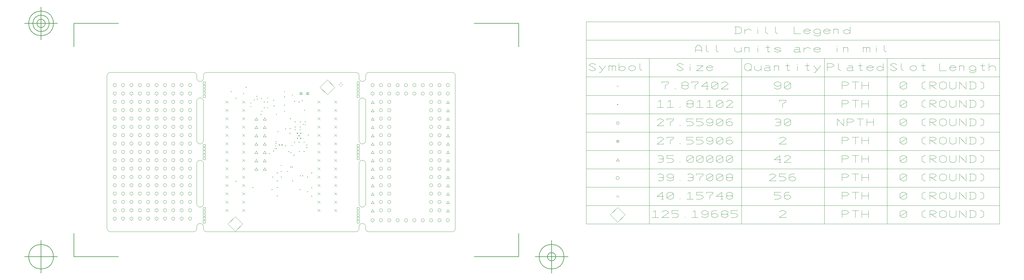
<source format=gbr>
G04 Generated by Ultiboard 11.0 *
%FSLAX25Y25*%
%MOIN*%

%ADD10C,0.00039*%
%ADD11C,0.00394*%
%ADD12C,0.00004*%
%ADD13C,0.00500*%


G04 ColorRGB 000000 for the following layer *
%LNDrill Symbols-Copper Top-Copper Bottom*%
%LPD*%
%FSLAX25Y25*%
%MOIN*%
G54D10*
X-706Y10000D02*
X81Y10000D01*
X-312Y9606D02*
X-312Y10394D01*
X-9769Y-95000D02*
X-8981Y-95000D01*
X-9375Y-95394D02*
X-9375Y-94606D01*
X-15394Y12392D02*
X-14606Y12392D01*
X-15000Y11998D02*
X-15000Y12785D01*
X-9769Y4375D02*
X-8981Y4375D01*
X-9375Y3981D02*
X-9375Y4769D01*
X8044Y-1250D02*
X8831Y-1250D01*
X8438Y-1644D02*
X8438Y-856D01*
X65856Y0D02*
X66644Y0D01*
X66250Y-394D02*
X66250Y394D01*
X60231Y938D02*
X61019Y938D01*
X60625Y544D02*
X60625Y1331D01*
X69606Y1563D02*
X70394Y1563D01*
X70000Y1169D02*
X70000Y1956D01*
X24213Y0D02*
X25000Y0D01*
X24606Y-394D02*
X24606Y394D01*
X28150Y0D02*
X28937Y0D01*
X28543Y-394D02*
X28543Y394D01*
X61169Y-30000D02*
X61956Y-30000D01*
X61563Y-30394D02*
X61563Y-29606D01*
X61169Y-33125D02*
X61956Y-33125D01*
X61563Y-33519D02*
X61563Y-32731D01*
X61169Y-23750D02*
X61956Y-23750D01*
X61563Y-24144D02*
X61563Y-23356D01*
X30231Y-61875D02*
X31019Y-61875D01*
X30625Y-62269D02*
X30625Y-61481D01*
X59606Y-63750D02*
X60394Y-63750D01*
X60000Y-64144D02*
X60000Y-63356D01*
X10544Y-102500D02*
X11331Y-102500D01*
X10938Y-102894D02*
X10938Y-102106D01*
X58066Y-94665D02*
X58853Y-94665D01*
X58460Y-95059D02*
X58460Y-94272D01*
X39606Y-94687D02*
X40394Y-94687D01*
X40000Y-95081D02*
X40000Y-94294D01*
X39606Y-112500D02*
X40394Y-112500D01*
X40000Y-112894D02*
X40000Y-112106D01*
X33356Y-105000D02*
X34144Y-105000D01*
X33750Y-105394D02*
X33750Y-104606D01*
X39606Y-102500D02*
X40394Y-102500D01*
X40000Y-102894D02*
X40000Y-102106D01*
X34294Y-90000D02*
X35081Y-90000D01*
X34688Y-90394D02*
X34688Y-89606D01*
X39606Y-85000D02*
X40394Y-85000D01*
X40000Y-85394D02*
X40000Y-84606D01*
X44294Y-83125D02*
X45081Y-83125D01*
X44688Y-83519D02*
X44688Y-82731D01*
X44294Y-90000D02*
X45081Y-90000D01*
X44688Y-90394D02*
X44688Y-89606D01*
X44294Y-76250D02*
X45081Y-76250D01*
X44688Y-76644D02*
X44688Y-75856D01*
X57606Y-78000D02*
X58394Y-78000D01*
X58000Y-78394D02*
X58000Y-77606D01*
X55606Y-78000D02*
X56394Y-78000D01*
X56000Y-78394D02*
X56000Y-77606D01*
X52106Y-83125D02*
X52894Y-83125D01*
X52500Y-83519D02*
X52500Y-82731D01*
X8044Y-5625D02*
X8831Y-5625D01*
X8438Y-6019D02*
X8438Y-5231D01*
X20212Y-14828D02*
X20999Y-14828D01*
X20605Y-15221D02*
X20605Y-14434D01*
X21481Y-11250D02*
X22269Y-11250D01*
X21875Y-11644D02*
X21875Y-10856D01*
X24213Y-6890D02*
X25000Y-6890D01*
X24606Y-7283D02*
X24606Y-6496D01*
X28150Y-6890D02*
X28937Y-6890D01*
X28543Y-7283D02*
X28543Y-6496D01*
X49606Y-32187D02*
X50394Y-32187D01*
X50000Y-32581D02*
X50000Y-31794D01*
X54919Y-31875D02*
X55706Y-31875D01*
X55313Y-32269D02*
X55313Y-31481D01*
X38044Y-47500D02*
X38831Y-47500D01*
X38438Y-47894D02*
X38438Y-47106D01*
X35231Y-58750D02*
X36019Y-58750D01*
X35625Y-59144D02*
X35625Y-58356D01*
X38597Y-56009D02*
X39385Y-56009D01*
X38991Y-56403D02*
X38991Y-55615D01*
X36794Y-55937D02*
X37581Y-55937D01*
X37188Y-56331D02*
X37188Y-55544D01*
X38044Y-49687D02*
X38831Y-49687D01*
X38438Y-50081D02*
X38438Y-49294D01*
X37731Y-52500D02*
X38519Y-52500D01*
X38125Y-52894D02*
X38125Y-52106D01*
X40544Y-35625D02*
X41331Y-35625D01*
X40938Y-36019D02*
X40938Y-35231D01*
X60231Y-48125D02*
X61019Y-48125D01*
X60625Y-48519D02*
X60625Y-47731D01*
X57106Y-52187D02*
X57894Y-52187D01*
X57500Y-52581D02*
X57500Y-51794D01*
X55856Y-60625D02*
X56644Y-60625D01*
X56250Y-61019D02*
X56250Y-60231D01*
X53356Y-59375D02*
X54144Y-59375D01*
X53750Y-59769D02*
X53750Y-58981D01*
X49606Y-52500D02*
X50394Y-52500D01*
X50000Y-52894D02*
X50000Y-52106D01*
X54919Y-37500D02*
X55706Y-37500D01*
X55313Y-37894D02*
X55313Y-37106D01*
X48356Y-11250D02*
X49144Y-11250D01*
X48750Y-11644D02*
X48750Y-10856D01*
X48356Y-3750D02*
X49144Y-3750D01*
X48750Y-4144D02*
X48750Y-3356D01*
X38809Y-14828D02*
X39596Y-14828D01*
X39203Y-15221D02*
X39203Y-14434D01*
X35856Y-4687D02*
X36644Y-4687D01*
X36250Y-5081D02*
X36250Y-4294D01*
X55231Y-20000D02*
X56019Y-20000D01*
X55625Y-20394D02*
X55625Y-19606D01*
X66794Y-105000D02*
X67581Y-105000D01*
X67188Y-105394D02*
X67188Y-104606D01*
X76169Y-107500D02*
X76956Y-107500D01*
X76563Y-107894D02*
X76563Y-107106D01*
X80856Y-112812D02*
X81644Y-112812D01*
X81250Y-113206D02*
X81250Y-112419D01*
X80856Y-102812D02*
X81644Y-102812D01*
X81250Y-103206D02*
X81250Y-102419D01*
X67106Y-88437D02*
X67894Y-88437D01*
X67500Y-88831D02*
X67500Y-88044D01*
X69919Y-88437D02*
X70706Y-88437D01*
X70313Y-88831D02*
X70313Y-88044D01*
X75856Y-90000D02*
X76644Y-90000D01*
X76250Y-90394D02*
X76250Y-89606D01*
X80856Y-85000D02*
X81644Y-85000D01*
X81250Y-85394D02*
X81250Y-84606D01*
X67106Y-30000D02*
X67894Y-30000D01*
X67500Y-30394D02*
X67500Y-29606D01*
X67106Y-33125D02*
X67894Y-33125D01*
X67500Y-33519D02*
X67500Y-32731D01*
X65856Y-48125D02*
X66644Y-48125D01*
X66250Y-48519D02*
X66250Y-47731D01*
X71794Y-48125D02*
X72581Y-48125D01*
X72188Y-48519D02*
X72188Y-47731D01*
X74919Y-51562D02*
X75706Y-51562D01*
X75313Y-51956D02*
X75313Y-51169D01*
X74919Y-54687D02*
X75706Y-54687D01*
X75313Y-55081D02*
X75313Y-54294D01*
X66169Y-59375D02*
X66956Y-59375D01*
X66563Y-59769D02*
X66563Y-58981D01*
X71794Y-59375D02*
X72581Y-59375D01*
X72188Y-59769D02*
X72188Y-58981D01*
X76794Y-39687D02*
X77581Y-39687D01*
X77188Y-40081D02*
X77188Y-39294D01*
X73044Y-26875D02*
X73831Y-26875D01*
X73438Y-27269D02*
X73438Y-26481D01*
X73044Y-23750D02*
X73831Y-23750D01*
X73438Y-24144D02*
X73438Y-23356D01*
X70856Y-26875D02*
X71644Y-26875D01*
X71250Y-27269D02*
X71250Y-26481D01*
X67106Y-23750D02*
X67894Y-23750D01*
X67500Y-24144D02*
X67500Y-23356D01*
X72106Y-10000D02*
X72894Y-10000D01*
X72500Y-10394D02*
X72500Y-9606D01*
X15231Y6875D02*
X16019Y6875D01*
X15625Y6481D02*
X15625Y7269D01*
X15856Y3438D02*
X16644Y3438D01*
X16250Y3044D02*
X16250Y3831D01*
X12106Y2500D02*
X12894Y2500D01*
X12500Y2106D02*
X12500Y2894D01*
X2559Y17669D02*
X3346Y17669D01*
X2953Y17275D02*
X2953Y18063D01*
X20856Y4063D02*
X21644Y4063D01*
X21250Y3669D02*
X21250Y4456D01*
X28356Y4688D02*
X29144Y4688D01*
X28750Y4294D02*
X28750Y5081D01*
X48356Y6250D02*
X49144Y6250D01*
X48750Y5856D02*
X48750Y6644D01*
X48356Y12500D02*
X49144Y12500D01*
X48750Y12106D02*
X48750Y12894D01*
X35231Y2188D02*
X36019Y2188D01*
X35625Y1794D02*
X35625Y2581D01*
X57731Y8438D02*
X58519Y8438D01*
X58125Y8044D02*
X58125Y8831D01*
X115748Y22638D02*
X116535Y22638D01*
X116142Y22244D02*
X116142Y23031D01*
X113780Y20669D02*
X114567Y20669D01*
X114173Y20276D02*
X114173Y21063D01*
X115748Y18701D02*
X116535Y18701D01*
X116142Y18307D02*
X116142Y19094D01*
X117717Y20669D02*
X118504Y20669D01*
X118110Y20276D02*
X118110Y21063D01*
X-48622Y-145079D02*
X-45866Y-145079D01*
X-45866Y-145079D02*
X-45866Y-142323D01*
X-45866Y-142323D02*
X-48622Y-142323D01*
X-48622Y-142323D02*
X-48622Y-145079D01*
X-48622Y-137205D02*
X-45866Y-137205D01*
X-45866Y-137205D02*
X-45866Y-134449D01*
X-45866Y-134449D02*
X-48622Y-134449D01*
X-48622Y-134449D02*
X-48622Y-137205D01*
X-48622Y-129331D02*
X-45866Y-129331D01*
X-45866Y-129331D02*
X-45866Y-126575D01*
X-45866Y-126575D02*
X-48622Y-126575D01*
X-48622Y-126575D02*
X-48622Y-129331D01*
X-48622Y-133268D02*
X-45866Y-133268D01*
X-45866Y-133268D02*
X-45866Y-130512D01*
X-45866Y-130512D02*
X-48622Y-130512D01*
X-48622Y-130512D02*
X-48622Y-133268D01*
X-48622Y-141142D02*
X-45866Y-141142D01*
X-45866Y-141142D02*
X-45866Y-138386D01*
X-45866Y-138386D02*
X-48622Y-138386D01*
X-48622Y-138386D02*
X-48622Y-141142D01*
X-48622Y-65354D02*
X-45866Y-65354D01*
X-45866Y-65354D02*
X-45866Y-62598D01*
X-45866Y-62598D02*
X-48622Y-62598D01*
X-48622Y-62598D02*
X-48622Y-65354D01*
X-48622Y-69291D02*
X-45866Y-69291D01*
X-45866Y-69291D02*
X-45866Y-66535D01*
X-45866Y-66535D02*
X-48622Y-66535D01*
X-48622Y-66535D02*
X-48622Y-69291D01*
X-48622Y-61417D02*
X-45866Y-61417D01*
X-45866Y-61417D02*
X-45866Y-58661D01*
X-45866Y-58661D02*
X-48622Y-58661D01*
X-48622Y-58661D02*
X-48622Y-61417D01*
X-48622Y-53543D02*
X-45866Y-53543D01*
X-45866Y-53543D02*
X-45866Y-50787D01*
X-45866Y-50787D02*
X-48622Y-50787D01*
X-48622Y-50787D02*
X-48622Y-53543D01*
X-48622Y-57480D02*
X-45866Y-57480D01*
X-45866Y-57480D02*
X-45866Y-54724D01*
X-45866Y-54724D02*
X-48622Y-54724D01*
X-48622Y-54724D02*
X-48622Y-57480D01*
X-48622Y13386D02*
X-45866Y13386D01*
X-45866Y13386D02*
X-45866Y16142D01*
X-45866Y16142D02*
X-48622Y16142D01*
X-48622Y16142D02*
X-48622Y13386D01*
X-48622Y9449D02*
X-45866Y9449D01*
X-45866Y9449D02*
X-45866Y12205D01*
X-45866Y12205D02*
X-48622Y12205D01*
X-48622Y12205D02*
X-48622Y9449D01*
X-48622Y5512D02*
X-45866Y5512D01*
X-45866Y5512D02*
X-45866Y8268D01*
X-45866Y8268D02*
X-48622Y8268D01*
X-48622Y8268D02*
X-48622Y5512D01*
X-48622Y21260D02*
X-45866Y21260D01*
X-45866Y21260D02*
X-45866Y24016D01*
X-45866Y24016D02*
X-48622Y24016D01*
X-48622Y24016D02*
X-48622Y21260D01*
X-48622Y17323D02*
X-45866Y17323D01*
X-45866Y17323D02*
X-45866Y20079D01*
X-45866Y20079D02*
X-48622Y20079D01*
X-48622Y20079D02*
X-48622Y17323D01*
X242344Y-1750D02*
X245844Y-1750D01*
X245844Y-1750D02*
X244094Y1237D01*
X244094Y1237D02*
X242344Y-1750D01*
X242344Y-131750D02*
X245844Y-131750D01*
X245844Y-131750D02*
X244094Y-128763D01*
X244094Y-128763D02*
X242344Y-131750D01*
X242344Y-61750D02*
X245844Y-61750D01*
X245844Y-61750D02*
X244094Y-58763D01*
X244094Y-58763D02*
X242344Y-61750D01*
X242344Y-111750D02*
X245844Y-111750D01*
X245844Y-111750D02*
X244094Y-108763D01*
X244094Y-108763D02*
X242344Y-111750D01*
X242344Y-121750D02*
X245844Y-121750D01*
X245844Y-121750D02*
X244094Y-118763D01*
X244094Y-118763D02*
X242344Y-121750D01*
X242344Y-101750D02*
X245844Y-101750D01*
X245844Y-101750D02*
X244094Y-98763D01*
X244094Y-98763D02*
X242344Y-101750D01*
X242344Y-81750D02*
X245844Y-81750D01*
X245844Y-81750D02*
X244094Y-78763D01*
X244094Y-78763D02*
X242344Y-81750D01*
X242344Y-91750D02*
X245844Y-91750D01*
X245844Y-91750D02*
X244094Y-88763D01*
X244094Y-88763D02*
X242344Y-91750D01*
X242344Y-71750D02*
X245844Y-71750D01*
X245844Y-71750D02*
X244094Y-68763D01*
X244094Y-68763D02*
X242344Y-71750D01*
X242344Y-31750D02*
X245844Y-31750D01*
X245844Y-31750D02*
X244094Y-28763D01*
X244094Y-28763D02*
X242344Y-31750D01*
X242344Y-51750D02*
X245844Y-51750D01*
X245844Y-51750D02*
X244094Y-48763D01*
X244094Y-48763D02*
X242344Y-51750D01*
X242344Y-41750D02*
X245844Y-41750D01*
X245844Y-41750D02*
X244094Y-38763D01*
X244094Y-38763D02*
X242344Y-41750D01*
X242344Y-21750D02*
X245844Y-21750D01*
X245844Y-21750D02*
X244094Y-18763D01*
X244094Y-18763D02*
X242344Y-21750D01*
X242344Y-11750D02*
X245844Y-11750D01*
X245844Y-11750D02*
X244094Y-8763D01*
X244094Y-8763D02*
X242344Y-11750D01*
X152344Y-1750D02*
X155844Y-1750D01*
X155844Y-1750D02*
X154094Y1237D01*
X154094Y1237D02*
X152344Y-1750D01*
X152344Y-131750D02*
X155844Y-131750D01*
X155844Y-131750D02*
X154094Y-128763D01*
X154094Y-128763D02*
X152344Y-131750D01*
X152344Y-61750D02*
X155844Y-61750D01*
X155844Y-61750D02*
X154094Y-58763D01*
X154094Y-58763D02*
X152344Y-61750D01*
X152344Y-71750D02*
X155844Y-71750D01*
X155844Y-71750D02*
X154094Y-68763D01*
X154094Y-68763D02*
X152344Y-71750D01*
X152344Y-81750D02*
X155844Y-81750D01*
X155844Y-81750D02*
X154094Y-78763D01*
X154094Y-78763D02*
X152344Y-81750D01*
X152344Y-121750D02*
X155844Y-121750D01*
X155844Y-121750D02*
X154094Y-118763D01*
X154094Y-118763D02*
X152344Y-121750D01*
X152344Y-101750D02*
X155844Y-101750D01*
X155844Y-101750D02*
X154094Y-98763D01*
X154094Y-98763D02*
X152344Y-101750D01*
X152344Y-91750D02*
X155844Y-91750D01*
X155844Y-91750D02*
X154094Y-88763D01*
X154094Y-88763D02*
X152344Y-91750D01*
X152344Y-111750D02*
X155844Y-111750D01*
X155844Y-111750D02*
X154094Y-108763D01*
X154094Y-108763D02*
X152344Y-111750D01*
X152344Y-21750D02*
X155844Y-21750D01*
X155844Y-21750D02*
X154094Y-18763D01*
X154094Y-18763D02*
X152344Y-21750D01*
X152344Y-11750D02*
X155844Y-11750D01*
X155844Y-11750D02*
X154094Y-8763D01*
X154094Y-8763D02*
X152344Y-11750D01*
X152344Y-41750D02*
X155844Y-41750D01*
X155844Y-41750D02*
X154094Y-38763D01*
X154094Y-38763D02*
X152344Y-41750D01*
X152344Y-31750D02*
X155844Y-31750D01*
X155844Y-31750D02*
X154094Y-28763D01*
X154094Y-28763D02*
X152344Y-31750D01*
X152344Y-51750D02*
X155844Y-51750D01*
X155844Y-51750D02*
X154094Y-48763D01*
X154094Y-48763D02*
X152344Y-51750D01*
X63691Y-43578D02*
G75*
D01*
G02X63691Y-43578I591J0*
G01*
X64052Y-43746D02*
X64052Y-43493D01*
X64052Y-43493D02*
X64183Y-43325D01*
X64183Y-43325D02*
X64314Y-43325D01*
X64314Y-43325D02*
X64446Y-43493D01*
X64446Y-43493D02*
X64446Y-43746D01*
X64052Y-43620D02*
X64446Y-43620D01*
X63691Y-37672D02*
G75*
D01*
G02X63691Y-37672I591J0*
G01*
X64052Y-37841D02*
X64052Y-37588D01*
X64052Y-37588D02*
X64183Y-37419D01*
X64183Y-37419D02*
X64314Y-37419D01*
X64314Y-37419D02*
X64446Y-37588D01*
X64446Y-37588D02*
X64446Y-37841D01*
X64052Y-37714D02*
X64446Y-37714D01*
X65659Y-40625D02*
G75*
D01*
G02X65659Y-40625I591J0*
G01*
X66020Y-40794D02*
X66020Y-40541D01*
X66020Y-40541D02*
X66152Y-40372D01*
X66152Y-40372D02*
X66283Y-40372D01*
X66283Y-40372D02*
X66414Y-40541D01*
X66414Y-40541D02*
X66414Y-40794D01*
X66020Y-40667D02*
X66414Y-40667D01*
X67628Y-37672D02*
G75*
D01*
G02X67628Y-37672I591J0*
G01*
X67989Y-37841D02*
X67989Y-37588D01*
X67989Y-37588D02*
X68120Y-37419D01*
X68120Y-37419D02*
X68251Y-37419D01*
X68251Y-37419D02*
X68383Y-37588D01*
X68383Y-37588D02*
X68383Y-37841D01*
X67989Y-37714D02*
X68383Y-37714D01*
X67628Y-43578D02*
G75*
D01*
G02X67628Y-43578I591J0*
G01*
X67989Y-43746D02*
X67989Y-43493D01*
X67989Y-43493D02*
X68120Y-43325D01*
X68120Y-43325D02*
X68251Y-43325D01*
X68251Y-43325D02*
X68383Y-43493D01*
X68383Y-43493D02*
X68383Y-43746D01*
X67989Y-43620D02*
X68383Y-43620D01*
X23250Y-61750D02*
X26750Y-61750D01*
X26750Y-61750D02*
X25000Y-58763D01*
X25000Y-58763D02*
X23250Y-61750D01*
X13250Y-61750D02*
X16750Y-61750D01*
X16750Y-61750D02*
X15000Y-58763D01*
X15000Y-58763D02*
X13250Y-61750D01*
X13250Y-81750D02*
X16750Y-81750D01*
X16750Y-81750D02*
X15000Y-78763D01*
X15000Y-78763D02*
X13250Y-81750D01*
X13250Y-71750D02*
X16750Y-71750D01*
X16750Y-71750D02*
X15000Y-68763D01*
X15000Y-68763D02*
X13250Y-71750D01*
X23250Y-81750D02*
X26750Y-81750D01*
X26750Y-81750D02*
X25000Y-78763D01*
X25000Y-78763D02*
X23250Y-81750D01*
X23250Y-71750D02*
X26750Y-71750D01*
X26750Y-71750D02*
X25000Y-68763D01*
X25000Y-68763D02*
X23250Y-71750D01*
X23250Y-31750D02*
X26750Y-31750D01*
X26750Y-31750D02*
X25000Y-28763D01*
X25000Y-28763D02*
X23250Y-31750D01*
X13250Y-31750D02*
X16750Y-31750D01*
X16750Y-31750D02*
X15000Y-28763D01*
X15000Y-28763D02*
X13250Y-31750D01*
X13250Y-51750D02*
X16750Y-51750D01*
X16750Y-51750D02*
X15000Y-48763D01*
X15000Y-48763D02*
X13250Y-51750D01*
X13250Y-41750D02*
X16750Y-41750D01*
X16750Y-41750D02*
X15000Y-38763D01*
X15000Y-38763D02*
X13250Y-41750D01*
X23250Y-51750D02*
X26750Y-51750D01*
X26750Y-51750D02*
X25000Y-48763D01*
X25000Y-48763D02*
X23250Y-51750D01*
X23250Y-41750D02*
X26750Y-41750D01*
X26750Y-41750D02*
X25000Y-38763D01*
X25000Y-38763D02*
X23250Y-41750D01*
X13250Y-21750D02*
X16750Y-21750D01*
X16750Y-21750D02*
X15000Y-18763D01*
X15000Y-18763D02*
X13250Y-21750D01*
X23250Y-21750D02*
X26750Y-21750D01*
X26750Y-21750D02*
X25000Y-18763D01*
X25000Y-18763D02*
X23250Y-21750D01*
X45309Y-51675D02*
G75*
D01*
G02X45309Y-51675I591J0*
G01*
X45670Y-51844D02*
X45670Y-51591D01*
X45670Y-51591D02*
X45801Y-51422D01*
X45801Y-51422D02*
X45933Y-51422D01*
X45933Y-51422D02*
X46064Y-51591D01*
X46064Y-51591D02*
X46064Y-51844D01*
X45670Y-51717D02*
X46064Y-51717D01*
X42160Y-51675D02*
G75*
D01*
G02X42160Y-51675I591J0*
G01*
X42521Y-51844D02*
X42521Y-51591D01*
X42521Y-51591D02*
X42652Y-51422D01*
X42652Y-51422D02*
X42783Y-51422D01*
X42783Y-51422D02*
X42914Y-51591D01*
X42914Y-51591D02*
X42914Y-51844D01*
X42521Y-51717D02*
X42914Y-51717D01*
X135433Y-145079D02*
X138189Y-145079D01*
X138189Y-145079D02*
X138189Y-142323D01*
X138189Y-142323D02*
X135433Y-142323D01*
X135433Y-142323D02*
X135433Y-145079D01*
X135433Y-129331D02*
X138189Y-129331D01*
X138189Y-129331D02*
X138189Y-126575D01*
X138189Y-126575D02*
X135433Y-126575D01*
X135433Y-126575D02*
X135433Y-129331D01*
X135433Y-137205D02*
X138189Y-137205D01*
X138189Y-137205D02*
X138189Y-134449D01*
X138189Y-134449D02*
X135433Y-134449D01*
X135433Y-134449D02*
X135433Y-137205D01*
X135433Y-141142D02*
X138189Y-141142D01*
X138189Y-141142D02*
X138189Y-138386D01*
X138189Y-138386D02*
X135433Y-138386D01*
X135433Y-138386D02*
X135433Y-141142D01*
X135433Y-133268D02*
X138189Y-133268D01*
X138189Y-133268D02*
X138189Y-130512D01*
X138189Y-130512D02*
X135433Y-130512D01*
X135433Y-130512D02*
X135433Y-133268D01*
X135433Y-65354D02*
X138189Y-65354D01*
X138189Y-65354D02*
X138189Y-62598D01*
X138189Y-62598D02*
X135433Y-62598D01*
X135433Y-62598D02*
X135433Y-65354D01*
X135433Y-69291D02*
X138189Y-69291D01*
X138189Y-69291D02*
X138189Y-66535D01*
X138189Y-66535D02*
X135433Y-66535D01*
X135433Y-66535D02*
X135433Y-69291D01*
X135433Y-61417D02*
X138189Y-61417D01*
X138189Y-61417D02*
X138189Y-58661D01*
X138189Y-58661D02*
X135433Y-58661D01*
X135433Y-58661D02*
X135433Y-61417D01*
X135433Y-57480D02*
X138189Y-57480D01*
X138189Y-57480D02*
X138189Y-54724D01*
X138189Y-54724D02*
X135433Y-54724D01*
X135433Y-54724D02*
X135433Y-57480D01*
X135433Y-53543D02*
X138189Y-53543D01*
X138189Y-53543D02*
X138189Y-50787D01*
X138189Y-50787D02*
X135433Y-50787D01*
X135433Y-50787D02*
X135433Y-53543D01*
X75059Y8622D02*
X77815Y8622D01*
X77815Y8622D02*
X77815Y11378D01*
X77815Y11378D02*
X75059Y11378D01*
X75059Y11378D02*
X75059Y8622D01*
X75901Y9606D02*
X75901Y10197D01*
X75901Y10197D02*
X76207Y10591D01*
X76207Y10591D02*
X76514Y10591D01*
X76514Y10591D02*
X76820Y10197D01*
X76820Y10197D02*
X76820Y9606D01*
X75901Y9902D02*
X76820Y9902D01*
X67185Y8622D02*
X69941Y8622D01*
X69941Y8622D02*
X69941Y11378D01*
X69941Y11378D02*
X67185Y11378D01*
X67185Y11378D02*
X67185Y8622D01*
X68027Y9606D02*
X68027Y10197D01*
X68027Y10197D02*
X68333Y10591D01*
X68333Y10591D02*
X68640Y10591D01*
X68640Y10591D02*
X68946Y10197D01*
X68946Y10197D02*
X68946Y9606D01*
X68027Y9902D02*
X68946Y9902D01*
X135433Y13386D02*
X138189Y13386D01*
X138189Y13386D02*
X138189Y16142D01*
X138189Y16142D02*
X135433Y16142D01*
X135433Y16142D02*
X135433Y13386D01*
X135433Y5512D02*
X138189Y5512D01*
X138189Y5512D02*
X138189Y8268D01*
X138189Y8268D02*
X135433Y8268D01*
X135433Y8268D02*
X135433Y5512D01*
X135433Y9449D02*
X138189Y9449D01*
X138189Y9449D02*
X138189Y12205D01*
X138189Y12205D02*
X135433Y12205D01*
X135433Y12205D02*
X135433Y9449D01*
X135433Y17323D02*
X138189Y17323D01*
X138189Y17323D02*
X138189Y20079D01*
X138189Y20079D02*
X135433Y20079D01*
X135433Y20079D02*
X135433Y17323D01*
X135433Y21260D02*
X138189Y21260D01*
X138189Y21260D02*
X138189Y24016D01*
X138189Y24016D02*
X135433Y24016D01*
X135433Y24016D02*
X135433Y21260D01*
X445297Y-70959D02*
X448797Y-70959D01*
X448797Y-70959D02*
X447047Y-67971D01*
X447047Y-67971D02*
X445297Y-70959D01*
X445669Y-48550D02*
X448425Y-48550D01*
X448425Y-48550D02*
X448425Y-45794D01*
X448425Y-45794D02*
X445669Y-45794D01*
X445669Y-45794D02*
X445669Y-48550D01*
X446511Y-47566D02*
X446511Y-46975D01*
X446511Y-46975D02*
X446818Y-46582D01*
X446818Y-46582D02*
X447124Y-46582D01*
X447124Y-46582D02*
X447430Y-46975D01*
X447430Y-46975D02*
X447430Y-47566D01*
X446511Y-47271D02*
X447430Y-47271D01*
X445669Y-26514D02*
X448425Y-26514D01*
X448425Y-26514D02*
X448425Y-23758D01*
X448425Y-23758D02*
X445669Y-23758D01*
X445669Y-23758D02*
X445669Y-26514D01*
X446457Y-3100D02*
G75*
D01*
G02X446457Y-3100I591J0*
G01*
X446818Y-3269D02*
X446818Y-3016D01*
X446818Y-3016D02*
X446949Y-2847D01*
X446949Y-2847D02*
X447080Y-2847D01*
X447080Y-2847D02*
X447211Y-3016D01*
X447211Y-3016D02*
X447211Y-3269D01*
X446818Y-3142D02*
X447211Y-3142D01*
X446654Y18936D02*
X447441Y18936D01*
X447047Y18543D02*
X447047Y19330D01*
G54D11*
X-1420Y-1420D02*
X1420Y1420D01*
X-1420Y1420D02*
X1420Y-1420D01*
X-1420Y-131420D02*
X1420Y-128580D01*
X-1420Y-128580D02*
X1420Y-131420D01*
X-1420Y-61420D02*
X1420Y-58580D01*
X-1420Y-58580D02*
X1420Y-61420D01*
X-1420Y-111420D02*
X1420Y-108580D01*
X-1420Y-108580D02*
X1420Y-111420D01*
X-1420Y-121420D02*
X1420Y-118580D01*
X-1420Y-118580D02*
X1420Y-121420D01*
X-1420Y-101420D02*
X1420Y-98580D01*
X-1420Y-98580D02*
X1420Y-101420D01*
X-1420Y-81420D02*
X1420Y-78580D01*
X-1420Y-78580D02*
X1420Y-81420D01*
X-1420Y-91420D02*
X1420Y-88580D01*
X-1420Y-88580D02*
X1420Y-91420D01*
X-1420Y-71420D02*
X1420Y-68580D01*
X-1420Y-68580D02*
X1420Y-71420D01*
X-1420Y-31420D02*
X1420Y-28580D01*
X-1420Y-28580D02*
X1420Y-31420D01*
X-1420Y-51420D02*
X1420Y-48580D01*
X-1420Y-48580D02*
X1420Y-51420D01*
X-1420Y-41420D02*
X1420Y-38580D01*
X-1420Y-38580D02*
X1420Y-41420D01*
X-1420Y-21420D02*
X1420Y-18580D01*
X-1420Y-18580D02*
X1420Y-21420D01*
X-1420Y-11420D02*
X1420Y-8580D01*
X-1420Y-8580D02*
X1420Y-11420D01*
X-96063Y0D02*
G75*
D01*
G02X-96063Y0I1969J0*
G01*
X-156063Y0D02*
G75*
D01*
G02X-156063Y0I1969J0*
G01*
X-126063Y0D02*
G75*
D01*
G02X-126063Y0I1969J0*
G01*
X-146063Y0D02*
G75*
D01*
G02X-146063Y0I1969J0*
G01*
X-136063Y0D02*
G75*
D01*
G02X-136063Y0I1969J0*
G01*
X-106063Y0D02*
G75*
D01*
G02X-106063Y0I1969J0*
G01*
X-116063Y0D02*
G75*
D01*
G02X-116063Y0I1969J0*
G01*
X-66063Y0D02*
G75*
D01*
G02X-66063Y0I1969J0*
G01*
X-76063Y0D02*
G75*
D01*
G02X-76063Y0I1969J0*
G01*
X-86063Y0D02*
G75*
D01*
G02X-86063Y0I1969J0*
G01*
X-126063Y-130000D02*
G75*
D01*
G02X-126063Y-130000I1969J0*
G01*
X-126063Y-140000D02*
G75*
D01*
G02X-126063Y-140000I1969J0*
G01*
X-126063Y-60000D02*
G75*
D01*
G02X-126063Y-60000I1969J0*
G01*
X-126063Y-110000D02*
G75*
D01*
G02X-126063Y-110000I1969J0*
G01*
X-126063Y-120000D02*
G75*
D01*
G02X-126063Y-120000I1969J0*
G01*
X-126063Y-100000D02*
G75*
D01*
G02X-126063Y-100000I1969J0*
G01*
X-126063Y-80000D02*
G75*
D01*
G02X-126063Y-80000I1969J0*
G01*
X-126063Y-90000D02*
G75*
D01*
G02X-126063Y-90000I1969J0*
G01*
X-126063Y-70000D02*
G75*
D01*
G02X-126063Y-70000I1969J0*
G01*
X-126063Y-30000D02*
G75*
D01*
G02X-126063Y-30000I1969J0*
G01*
X-126063Y-50000D02*
G75*
D01*
G02X-126063Y-50000I1969J0*
G01*
X-126063Y-40000D02*
G75*
D01*
G02X-126063Y-40000I1969J0*
G01*
X-126063Y-20000D02*
G75*
D01*
G02X-126063Y-20000I1969J0*
G01*
X-126063Y-10000D02*
G75*
D01*
G02X-126063Y-10000I1969J0*
G01*
X-156063Y-130000D02*
G75*
D01*
G02X-156063Y-130000I1969J0*
G01*
X-146063Y-130000D02*
G75*
D01*
G02X-146063Y-130000I1969J0*
G01*
X-136063Y-130000D02*
G75*
D01*
G02X-136063Y-130000I1969J0*
G01*
X-156063Y-140000D02*
G75*
D01*
G02X-156063Y-140000I1969J0*
G01*
X-146063Y-140000D02*
G75*
D01*
G02X-146063Y-140000I1969J0*
G01*
X-136063Y-140000D02*
G75*
D01*
G02X-136063Y-140000I1969J0*
G01*
X-136063Y-60000D02*
G75*
D01*
G02X-136063Y-60000I1969J0*
G01*
X-156063Y-60000D02*
G75*
D01*
G02X-156063Y-60000I1969J0*
G01*
X-146063Y-60000D02*
G75*
D01*
G02X-146063Y-60000I1969J0*
G01*
X-156063Y-110000D02*
G75*
D01*
G02X-156063Y-110000I1969J0*
G01*
X-156063Y-120000D02*
G75*
D01*
G02X-156063Y-120000I1969J0*
G01*
X-156063Y-100000D02*
G75*
D01*
G02X-156063Y-100000I1969J0*
G01*
X-156063Y-80000D02*
G75*
D01*
G02X-156063Y-80000I1969J0*
G01*
X-156063Y-90000D02*
G75*
D01*
G02X-156063Y-90000I1969J0*
G01*
X-156063Y-70000D02*
G75*
D01*
G02X-156063Y-70000I1969J0*
G01*
X-146063Y-120000D02*
G75*
D01*
G02X-146063Y-120000I1969J0*
G01*
X-146063Y-100000D02*
G75*
D01*
G02X-146063Y-100000I1969J0*
G01*
X-146063Y-110000D02*
G75*
D01*
G02X-146063Y-110000I1969J0*
G01*
X-136063Y-110000D02*
G75*
D01*
G02X-136063Y-110000I1969J0*
G01*
X-136063Y-120000D02*
G75*
D01*
G02X-136063Y-120000I1969J0*
G01*
X-136063Y-100000D02*
G75*
D01*
G02X-136063Y-100000I1969J0*
G01*
X-146063Y-90000D02*
G75*
D01*
G02X-146063Y-90000I1969J0*
G01*
X-146063Y-70000D02*
G75*
D01*
G02X-146063Y-70000I1969J0*
G01*
X-146063Y-80000D02*
G75*
D01*
G02X-146063Y-80000I1969J0*
G01*
X-136063Y-80000D02*
G75*
D01*
G02X-136063Y-80000I1969J0*
G01*
X-136063Y-90000D02*
G75*
D01*
G02X-136063Y-90000I1969J0*
G01*
X-136063Y-70000D02*
G75*
D01*
G02X-136063Y-70000I1969J0*
G01*
X-156063Y-30000D02*
G75*
D01*
G02X-156063Y-30000I1969J0*
G01*
X-156063Y-50000D02*
G75*
D01*
G02X-156063Y-50000I1969J0*
G01*
X-156063Y-40000D02*
G75*
D01*
G02X-156063Y-40000I1969J0*
G01*
X-156063Y-20000D02*
G75*
D01*
G02X-156063Y-20000I1969J0*
G01*
X-156063Y-10000D02*
G75*
D01*
G02X-156063Y-10000I1969J0*
G01*
X-136063Y-30000D02*
G75*
D01*
G02X-136063Y-30000I1969J0*
G01*
X-146063Y-30000D02*
G75*
D01*
G02X-146063Y-30000I1969J0*
G01*
X-146063Y-50000D02*
G75*
D01*
G02X-146063Y-50000I1969J0*
G01*
X-146063Y-40000D02*
G75*
D01*
G02X-146063Y-40000I1969J0*
G01*
X-136063Y-50000D02*
G75*
D01*
G02X-136063Y-50000I1969J0*
G01*
X-136063Y-40000D02*
G75*
D01*
G02X-136063Y-40000I1969J0*
G01*
X-146063Y-20000D02*
G75*
D01*
G02X-146063Y-20000I1969J0*
G01*
X-146063Y-10000D02*
G75*
D01*
G02X-146063Y-10000I1969J0*
G01*
X-136063Y-20000D02*
G75*
D01*
G02X-136063Y-20000I1969J0*
G01*
X-136063Y-10000D02*
G75*
D01*
G02X-136063Y-10000I1969J0*
G01*
X-66063Y-130000D02*
G75*
D01*
G02X-66063Y-130000I1969J0*
G01*
X-96063Y-130000D02*
G75*
D01*
G02X-96063Y-130000I1969J0*
G01*
X-106063Y-130000D02*
G75*
D01*
G02X-106063Y-130000I1969J0*
G01*
X-116063Y-130000D02*
G75*
D01*
G02X-116063Y-130000I1969J0*
G01*
X-76063Y-130000D02*
G75*
D01*
G02X-76063Y-130000I1969J0*
G01*
X-86063Y-130000D02*
G75*
D01*
G02X-86063Y-130000I1969J0*
G01*
X-66063Y-140000D02*
G75*
D01*
G02X-66063Y-140000I1969J0*
G01*
X-96063Y-140000D02*
G75*
D01*
G02X-96063Y-140000I1969J0*
G01*
X-116063Y-140000D02*
G75*
D01*
G02X-116063Y-140000I1969J0*
G01*
X-106063Y-140000D02*
G75*
D01*
G02X-106063Y-140000I1969J0*
G01*
X-86063Y-140000D02*
G75*
D01*
G02X-86063Y-140000I1969J0*
G01*
X-76063Y-140000D02*
G75*
D01*
G02X-76063Y-140000I1969J0*
G01*
X-66063Y-120000D02*
G75*
D01*
G02X-66063Y-120000I1969J0*
G01*
X-66063Y-50000D02*
G75*
D01*
G02X-66063Y-50000I1969J0*
G01*
X-66063Y-60000D02*
G75*
D01*
G02X-66063Y-60000I1969J0*
G01*
X-66063Y-110000D02*
G75*
D01*
G02X-66063Y-110000I1969J0*
G01*
X-66063Y-100000D02*
G75*
D01*
G02X-66063Y-100000I1969J0*
G01*
X-66063Y-80000D02*
G75*
D01*
G02X-66063Y-80000I1969J0*
G01*
X-66063Y-90000D02*
G75*
D01*
G02X-66063Y-90000I1969J0*
G01*
X-66063Y-70000D02*
G75*
D01*
G02X-66063Y-70000I1969J0*
G01*
X-66063Y-30000D02*
G75*
D01*
G02X-66063Y-30000I1969J0*
G01*
X-66063Y-40000D02*
G75*
D01*
G02X-66063Y-40000I1969J0*
G01*
X-66063Y-20000D02*
G75*
D01*
G02X-66063Y-20000I1969J0*
G01*
X-66063Y-10000D02*
G75*
D01*
G02X-66063Y-10000I1969J0*
G01*
X-96063Y-60000D02*
G75*
D01*
G02X-96063Y-60000I1969J0*
G01*
X-106063Y-60000D02*
G75*
D01*
G02X-106063Y-60000I1969J0*
G01*
X-116063Y-60000D02*
G75*
D01*
G02X-116063Y-60000I1969J0*
G01*
X-76063Y-60000D02*
G75*
D01*
G02X-76063Y-60000I1969J0*
G01*
X-86063Y-60000D02*
G75*
D01*
G02X-86063Y-60000I1969J0*
G01*
X-96063Y-110000D02*
G75*
D01*
G02X-96063Y-110000I1969J0*
G01*
X-96063Y-120000D02*
G75*
D01*
G02X-96063Y-120000I1969J0*
G01*
X-96063Y-100000D02*
G75*
D01*
G02X-96063Y-100000I1969J0*
G01*
X-96063Y-80000D02*
G75*
D01*
G02X-96063Y-80000I1969J0*
G01*
X-96063Y-90000D02*
G75*
D01*
G02X-96063Y-90000I1969J0*
G01*
X-96063Y-70000D02*
G75*
D01*
G02X-96063Y-70000I1969J0*
G01*
X-116063Y-120000D02*
G75*
D01*
G02X-116063Y-120000I1969J0*
G01*
X-116063Y-100000D02*
G75*
D01*
G02X-116063Y-100000I1969J0*
G01*
X-116063Y-110000D02*
G75*
D01*
G02X-116063Y-110000I1969J0*
G01*
X-106063Y-110000D02*
G75*
D01*
G02X-106063Y-110000I1969J0*
G01*
X-106063Y-120000D02*
G75*
D01*
G02X-106063Y-120000I1969J0*
G01*
X-106063Y-100000D02*
G75*
D01*
G02X-106063Y-100000I1969J0*
G01*
X-116063Y-90000D02*
G75*
D01*
G02X-116063Y-90000I1969J0*
G01*
X-116063Y-70000D02*
G75*
D01*
G02X-116063Y-70000I1969J0*
G01*
X-116063Y-80000D02*
G75*
D01*
G02X-116063Y-80000I1969J0*
G01*
X-106063Y-80000D02*
G75*
D01*
G02X-106063Y-80000I1969J0*
G01*
X-106063Y-90000D02*
G75*
D01*
G02X-106063Y-90000I1969J0*
G01*
X-106063Y-70000D02*
G75*
D01*
G02X-106063Y-70000I1969J0*
G01*
X-86063Y-110000D02*
G75*
D01*
G02X-86063Y-110000I1969J0*
G01*
X-86063Y-120000D02*
G75*
D01*
G02X-86063Y-120000I1969J0*
G01*
X-86063Y-100000D02*
G75*
D01*
G02X-86063Y-100000I1969J0*
G01*
X-76063Y-110000D02*
G75*
D01*
G02X-76063Y-110000I1969J0*
G01*
X-76063Y-120000D02*
G75*
D01*
G02X-76063Y-120000I1969J0*
G01*
X-76063Y-100000D02*
G75*
D01*
G02X-76063Y-100000I1969J0*
G01*
X-86063Y-80000D02*
G75*
D01*
G02X-86063Y-80000I1969J0*
G01*
X-86063Y-90000D02*
G75*
D01*
G02X-86063Y-90000I1969J0*
G01*
X-86063Y-70000D02*
G75*
D01*
G02X-86063Y-70000I1969J0*
G01*
X-76063Y-80000D02*
G75*
D01*
G02X-76063Y-80000I1969J0*
G01*
X-76063Y-90000D02*
G75*
D01*
G02X-76063Y-90000I1969J0*
G01*
X-76063Y-70000D02*
G75*
D01*
G02X-76063Y-70000I1969J0*
G01*
X-96063Y-30000D02*
G75*
D01*
G02X-96063Y-30000I1969J0*
G01*
X-96063Y-50000D02*
G75*
D01*
G02X-96063Y-50000I1969J0*
G01*
X-96063Y-40000D02*
G75*
D01*
G02X-96063Y-40000I1969J0*
G01*
X-96063Y-20000D02*
G75*
D01*
G02X-96063Y-20000I1969J0*
G01*
X-96063Y-10000D02*
G75*
D01*
G02X-96063Y-10000I1969J0*
G01*
X-106063Y-30000D02*
G75*
D01*
G02X-106063Y-30000I1969J0*
G01*
X-116063Y-30000D02*
G75*
D01*
G02X-116063Y-30000I1969J0*
G01*
X-116063Y-50000D02*
G75*
D01*
G02X-116063Y-50000I1969J0*
G01*
X-116063Y-40000D02*
G75*
D01*
G02X-116063Y-40000I1969J0*
G01*
X-106063Y-50000D02*
G75*
D01*
G02X-106063Y-50000I1969J0*
G01*
X-106063Y-40000D02*
G75*
D01*
G02X-106063Y-40000I1969J0*
G01*
X-116063Y-20000D02*
G75*
D01*
G02X-116063Y-20000I1969J0*
G01*
X-116063Y-10000D02*
G75*
D01*
G02X-116063Y-10000I1969J0*
G01*
X-106063Y-20000D02*
G75*
D01*
G02X-106063Y-20000I1969J0*
G01*
X-106063Y-10000D02*
G75*
D01*
G02X-106063Y-10000I1969J0*
G01*
X-76063Y-30000D02*
G75*
D01*
G02X-76063Y-30000I1969J0*
G01*
X-86063Y-30000D02*
G75*
D01*
G02X-86063Y-30000I1969J0*
G01*
X-86063Y-50000D02*
G75*
D01*
G02X-86063Y-50000I1969J0*
G01*
X-86063Y-40000D02*
G75*
D01*
G02X-86063Y-40000I1969J0*
G01*
X-76063Y-50000D02*
G75*
D01*
G02X-76063Y-50000I1969J0*
G01*
X-76063Y-40000D02*
G75*
D01*
G02X-76063Y-40000I1969J0*
G01*
X-86063Y-20000D02*
G75*
D01*
G02X-86063Y-20000I1969J0*
G01*
X-86063Y-10000D02*
G75*
D01*
G02X-86063Y-10000I1969J0*
G01*
X-76063Y-20000D02*
G75*
D01*
G02X-76063Y-20000I1969J0*
G01*
X-76063Y-10000D02*
G75*
D01*
G02X-76063Y-10000I1969J0*
G01*
X-126063Y10000D02*
G75*
D01*
G02X-126063Y10000I1969J0*
G01*
X-126063Y20000D02*
G75*
D01*
G02X-126063Y20000I1969J0*
G01*
X-156063Y10000D02*
G75*
D01*
G02X-156063Y10000I1969J0*
G01*
X-156063Y20000D02*
G75*
D01*
G02X-156063Y20000I1969J0*
G01*
X-146063Y10000D02*
G75*
D01*
G02X-146063Y10000I1969J0*
G01*
X-146063Y20000D02*
G75*
D01*
G02X-146063Y20000I1969J0*
G01*
X-136063Y10000D02*
G75*
D01*
G02X-136063Y10000I1969J0*
G01*
X-136063Y20000D02*
G75*
D01*
G02X-136063Y20000I1969J0*
G01*
X-66063Y10000D02*
G75*
D01*
G02X-66063Y10000I1969J0*
G01*
X-66063Y20000D02*
G75*
D01*
G02X-66063Y20000I1969J0*
G01*
X-96063Y10000D02*
G75*
D01*
G02X-96063Y10000I1969J0*
G01*
X-96063Y20000D02*
G75*
D01*
G02X-96063Y20000I1969J0*
G01*
X-116063Y10000D02*
G75*
D01*
G02X-116063Y10000I1969J0*
G01*
X-116063Y20000D02*
G75*
D01*
G02X-116063Y20000I1969J0*
G01*
X-106063Y10000D02*
G75*
D01*
G02X-106063Y10000I1969J0*
G01*
X-106063Y20000D02*
G75*
D01*
G02X-106063Y20000I1969J0*
G01*
X-86063Y10000D02*
G75*
D01*
G02X-86063Y10000I1969J0*
G01*
X-86063Y20000D02*
G75*
D01*
G02X-86063Y20000I1969J0*
G01*
X-76063Y10000D02*
G75*
D01*
G02X-76063Y10000I1969J0*
G01*
X-76063Y20000D02*
G75*
D01*
G02X-76063Y20000I1969J0*
G01*
X-21420Y-1420D02*
X-18580Y1420D01*
X-21420Y1420D02*
X-18580Y-1420D01*
X-21420Y-131420D02*
X-18580Y-128580D01*
X-21420Y-128580D02*
X-18580Y-131420D01*
X-21420Y-61420D02*
X-18580Y-58580D01*
X-21420Y-58580D02*
X-18580Y-61420D01*
X-21420Y-111420D02*
X-18580Y-108580D01*
X-21420Y-108580D02*
X-18580Y-111420D01*
X-21420Y-121420D02*
X-18580Y-118580D01*
X-21420Y-118580D02*
X-18580Y-121420D01*
X-21420Y-101420D02*
X-18580Y-98580D01*
X-21420Y-98580D02*
X-18580Y-101420D01*
X-21420Y-81420D02*
X-18580Y-78580D01*
X-21420Y-78580D02*
X-18580Y-81420D01*
X-21420Y-91420D02*
X-18580Y-88580D01*
X-21420Y-88580D02*
X-18580Y-91420D01*
X-21420Y-71420D02*
X-18580Y-68580D01*
X-21420Y-68580D02*
X-18580Y-71420D01*
X-21420Y-31420D02*
X-18580Y-28580D01*
X-21420Y-28580D02*
X-18580Y-31420D01*
X-21420Y-51420D02*
X-18580Y-48580D01*
X-21420Y-48580D02*
X-18580Y-51420D01*
X-21420Y-41420D02*
X-18580Y-38580D01*
X-21420Y-38580D02*
X-18580Y-41420D01*
X-21420Y-21420D02*
X-18580Y-18580D01*
X-21420Y-18580D02*
X-18580Y-21420D01*
X-21420Y-11420D02*
X-18580Y-8580D01*
X-21420Y-8580D02*
X-18580Y-11420D01*
X-10000Y-155103D02*
X-1147Y-146250D01*
X-1147Y-146250D02*
X-10000Y-137397D01*
X-10000Y-137397D02*
X-18853Y-146250D01*
X-18853Y-146250D02*
X-10000Y-155103D01*
X172126Y0D02*
G75*
D01*
G02X172126Y0I1969J0*
G01*
X162126Y0D02*
G75*
D01*
G02X162126Y0I1969J0*
G01*
X172126Y-130000D02*
G75*
D01*
G02X172126Y-130000I1969J0*
G01*
X162126Y-130000D02*
G75*
D01*
G02X162126Y-130000I1969J0*
G01*
X172126Y-60000D02*
G75*
D01*
G02X172126Y-60000I1969J0*
G01*
X162126Y-60000D02*
G75*
D01*
G02X162126Y-60000I1969J0*
G01*
X172126Y-110000D02*
G75*
D01*
G02X172126Y-110000I1969J0*
G01*
X172126Y-120000D02*
G75*
D01*
G02X172126Y-120000I1969J0*
G01*
X172126Y-100000D02*
G75*
D01*
G02X172126Y-100000I1969J0*
G01*
X162126Y-110000D02*
G75*
D01*
G02X162126Y-110000I1969J0*
G01*
X162126Y-120000D02*
G75*
D01*
G02X162126Y-120000I1969J0*
G01*
X162126Y-100000D02*
G75*
D01*
G02X162126Y-100000I1969J0*
G01*
X172126Y-80000D02*
G75*
D01*
G02X172126Y-80000I1969J0*
G01*
X172126Y-90000D02*
G75*
D01*
G02X172126Y-90000I1969J0*
G01*
X172126Y-70000D02*
G75*
D01*
G02X172126Y-70000I1969J0*
G01*
X162126Y-80000D02*
G75*
D01*
G02X162126Y-80000I1969J0*
G01*
X162126Y-90000D02*
G75*
D01*
G02X162126Y-90000I1969J0*
G01*
X162126Y-70000D02*
G75*
D01*
G02X162126Y-70000I1969J0*
G01*
X172126Y-30000D02*
G75*
D01*
G02X172126Y-30000I1969J0*
G01*
X162126Y-30000D02*
G75*
D01*
G02X162126Y-30000I1969J0*
G01*
X172126Y-50000D02*
G75*
D01*
G02X172126Y-50000I1969J0*
G01*
X172126Y-40000D02*
G75*
D01*
G02X172126Y-40000I1969J0*
G01*
X162126Y-50000D02*
G75*
D01*
G02X162126Y-50000I1969J0*
G01*
X162126Y-40000D02*
G75*
D01*
G02X162126Y-40000I1969J0*
G01*
X172126Y-20000D02*
G75*
D01*
G02X172126Y-20000I1969J0*
G01*
X172126Y-10000D02*
G75*
D01*
G02X172126Y-10000I1969J0*
G01*
X162126Y-20000D02*
G75*
D01*
G02X162126Y-20000I1969J0*
G01*
X162126Y-10000D02*
G75*
D01*
G02X162126Y-10000I1969J0*
G01*
X108580Y-1420D02*
X111420Y1420D01*
X108580Y1420D02*
X111420Y-1420D01*
X108580Y-131420D02*
X111420Y-128580D01*
X108580Y-128580D02*
X111420Y-131420D01*
X108580Y-61420D02*
X111420Y-58580D01*
X108580Y-58580D02*
X111420Y-61420D01*
X108580Y-111420D02*
X111420Y-108580D01*
X108580Y-108580D02*
X111420Y-111420D01*
X108580Y-121420D02*
X111420Y-118580D01*
X108580Y-118580D02*
X111420Y-121420D01*
X108580Y-101420D02*
X111420Y-98580D01*
X108580Y-98580D02*
X111420Y-101420D01*
X108580Y-81420D02*
X111420Y-78580D01*
X108580Y-78580D02*
X111420Y-81420D01*
X108580Y-91420D02*
X111420Y-88580D01*
X108580Y-88580D02*
X111420Y-91420D01*
X108580Y-71420D02*
X111420Y-68580D01*
X108580Y-68580D02*
X111420Y-71420D01*
X108580Y-31420D02*
X111420Y-28580D01*
X108580Y-28580D02*
X111420Y-31420D01*
X108580Y-51420D02*
X111420Y-48580D01*
X108580Y-48580D02*
X111420Y-51420D01*
X108580Y-41420D02*
X111420Y-38580D01*
X108580Y-38580D02*
X111420Y-41420D01*
X108580Y-21420D02*
X111420Y-18580D01*
X108580Y-18580D02*
X111420Y-21420D01*
X108580Y-11420D02*
X111420Y-8580D01*
X108580Y-8580D02*
X111420Y-11420D01*
X222126Y0D02*
G75*
D01*
G02X222126Y0I1969J0*
G01*
X232126Y0D02*
G75*
D01*
G02X232126Y0I1969J0*
G01*
X222126Y-130000D02*
G75*
D01*
G02X222126Y-130000I1969J0*
G01*
X232126Y-130000D02*
G75*
D01*
G02X232126Y-130000I1969J0*
G01*
X232126Y-60000D02*
G75*
D01*
G02X232126Y-60000I1969J0*
G01*
X222126Y-60000D02*
G75*
D01*
G02X222126Y-60000I1969J0*
G01*
X222126Y-110000D02*
G75*
D01*
G02X222126Y-110000I1969J0*
G01*
X222126Y-120000D02*
G75*
D01*
G02X222126Y-120000I1969J0*
G01*
X222126Y-100000D02*
G75*
D01*
G02X222126Y-100000I1969J0*
G01*
X222126Y-80000D02*
G75*
D01*
G02X222126Y-80000I1969J0*
G01*
X222126Y-90000D02*
G75*
D01*
G02X222126Y-90000I1969J0*
G01*
X222126Y-70000D02*
G75*
D01*
G02X222126Y-70000I1969J0*
G01*
X232126Y-110000D02*
G75*
D01*
G02X232126Y-110000I1969J0*
G01*
X232126Y-120000D02*
G75*
D01*
G02X232126Y-120000I1969J0*
G01*
X232126Y-100000D02*
G75*
D01*
G02X232126Y-100000I1969J0*
G01*
X232126Y-80000D02*
G75*
D01*
G02X232126Y-80000I1969J0*
G01*
X232126Y-90000D02*
G75*
D01*
G02X232126Y-90000I1969J0*
G01*
X232126Y-70000D02*
G75*
D01*
G02X232126Y-70000I1969J0*
G01*
X222126Y-30000D02*
G75*
D01*
G02X222126Y-30000I1969J0*
G01*
X222126Y-50000D02*
G75*
D01*
G02X222126Y-50000I1969J0*
G01*
X222126Y-40000D02*
G75*
D01*
G02X222126Y-40000I1969J0*
G01*
X222126Y-20000D02*
G75*
D01*
G02X222126Y-20000I1969J0*
G01*
X222126Y-10000D02*
G75*
D01*
G02X222126Y-10000I1969J0*
G01*
X232126Y-30000D02*
G75*
D01*
G02X232126Y-30000I1969J0*
G01*
X232126Y-50000D02*
G75*
D01*
G02X232126Y-50000I1969J0*
G01*
X232126Y-40000D02*
G75*
D01*
G02X232126Y-40000I1969J0*
G01*
X232126Y-20000D02*
G75*
D01*
G02X232126Y-20000I1969J0*
G01*
X232126Y-10000D02*
G75*
D01*
G02X232126Y-10000I1969J0*
G01*
X88580Y-1420D02*
X91420Y1420D01*
X88580Y1420D02*
X91420Y-1420D01*
X88580Y-131420D02*
X91420Y-128580D01*
X88580Y-128580D02*
X91420Y-131420D01*
X88580Y-61420D02*
X91420Y-58580D01*
X88580Y-58580D02*
X91420Y-61420D01*
X88580Y-111420D02*
X91420Y-108580D01*
X88580Y-108580D02*
X91420Y-111420D01*
X88580Y-121420D02*
X91420Y-118580D01*
X88580Y-118580D02*
X91420Y-121420D01*
X88580Y-101420D02*
X91420Y-98580D01*
X88580Y-98580D02*
X91420Y-101420D01*
X88580Y-81420D02*
X91420Y-78580D01*
X88580Y-78580D02*
X91420Y-81420D01*
X88580Y-91420D02*
X91420Y-88580D01*
X88580Y-88580D02*
X91420Y-91420D01*
X88580Y-71420D02*
X91420Y-68580D01*
X88580Y-68580D02*
X91420Y-71420D01*
X88580Y-31420D02*
X91420Y-28580D01*
X88580Y-28580D02*
X91420Y-31420D01*
X88580Y-51420D02*
X91420Y-48580D01*
X88580Y-48580D02*
X91420Y-51420D01*
X88580Y-41420D02*
X91420Y-38580D01*
X88580Y-38580D02*
X91420Y-41420D01*
X88580Y-21420D02*
X91420Y-18580D01*
X88580Y-18580D02*
X91420Y-21420D01*
X88580Y-11420D02*
X91420Y-8580D01*
X88580Y-8580D02*
X91420Y-11420D01*
X152126Y-142000D02*
G75*
D01*
G02X152126Y-142000I1969J0*
G01*
X172126Y-142000D02*
G75*
D01*
G02X172126Y-142000I1969J0*
G01*
X162126Y-142000D02*
G75*
D01*
G02X162126Y-142000I1969J0*
G01*
X182126Y-142000D02*
G75*
D01*
G02X182126Y-142000I1969J0*
G01*
X222126Y-142000D02*
G75*
D01*
G02X222126Y-142000I1969J0*
G01*
X202126Y-142000D02*
G75*
D01*
G02X202126Y-142000I1969J0*
G01*
X192126Y-142000D02*
G75*
D01*
G02X192126Y-142000I1969J0*
G01*
X212126Y-142000D02*
G75*
D01*
G02X212126Y-142000I1969J0*
G01*
X232126Y-142000D02*
G75*
D01*
G02X232126Y-142000I1969J0*
G01*
X242126Y-142000D02*
G75*
D01*
G02X242126Y-142000I1969J0*
G01*
X100000Y8647D02*
X108853Y17500D01*
X108853Y17500D02*
X100000Y26353D01*
X100000Y26353D02*
X91147Y17500D01*
X91147Y17500D02*
X100000Y8647D01*
X152126Y10000D02*
G75*
D01*
G02X152126Y10000I1969J0*
G01*
X172126Y10000D02*
G75*
D01*
G02X172126Y10000I1969J0*
G01*
X162126Y10000D02*
G75*
D01*
G02X162126Y10000I1969J0*
G01*
X182126Y10000D02*
G75*
D01*
G02X182126Y10000I1969J0*
G01*
X222126Y10000D02*
G75*
D01*
G02X222126Y10000I1969J0*
G01*
X202126Y10000D02*
G75*
D01*
G02X202126Y10000I1969J0*
G01*
X192126Y10000D02*
G75*
D01*
G02X192126Y10000I1969J0*
G01*
X212126Y10000D02*
G75*
D01*
G02X212126Y10000I1969J0*
G01*
X232126Y10000D02*
G75*
D01*
G02X232126Y10000I1969J0*
G01*
X242126Y10000D02*
G75*
D01*
G02X242126Y10000I1969J0*
G01*
X152126Y20000D02*
G75*
D01*
G02X152126Y20000I1969J0*
G01*
X172126Y20000D02*
G75*
D01*
G02X172126Y20000I1969J0*
G01*
X162126Y20000D02*
G75*
D01*
G02X162126Y20000I1969J0*
G01*
X182126Y20000D02*
G75*
D01*
G02X182126Y20000I1969J0*
G01*
X222126Y20000D02*
G75*
D01*
G02X222126Y20000I1969J0*
G01*
X202126Y20000D02*
G75*
D01*
G02X202126Y20000I1969J0*
G01*
X192126Y20000D02*
G75*
D01*
G02X192126Y20000I1969J0*
G01*
X212126Y20000D02*
G75*
D01*
G02X212126Y20000I1969J0*
G01*
X232126Y20000D02*
G75*
D01*
G02X232126Y20000I1969J0*
G01*
X242126Y20000D02*
G75*
D01*
G02X242126Y20000I1969J0*
G01*
X409449Y-146335D02*
X903543Y-146335D01*
X903543Y-146335D02*
X903543Y96063D01*
X903543Y96063D02*
X409449Y96063D01*
X409449Y96063D02*
X409449Y-146335D01*
X484646Y51991D02*
X484646Y-146335D01*
X595276Y51991D02*
X595276Y-146335D01*
X694094Y51991D02*
X694094Y-146335D01*
X769291Y51991D02*
X769291Y-146335D01*
X903543Y51991D02*
X903543Y-146335D01*
X495341Y275D02*
X497966Y1962D01*
X497966Y1962D02*
X497966Y-6475D01*
X494029Y-6475D02*
X501903Y-6475D01*
X507152Y275D02*
X509777Y1962D01*
X509777Y1962D02*
X509777Y-6475D01*
X505840Y-6475D02*
X513714Y-6475D01*
X521588Y-6475D02*
X521588Y-5631D01*
X534711Y-6475D02*
X532087Y-6475D01*
X532087Y-6475D02*
X529462Y-4787D01*
X529462Y-4787D02*
X529462Y-3100D01*
X529462Y-3100D02*
X530774Y-2256D01*
X530774Y-2256D02*
X529462Y-1413D01*
X529462Y-1413D02*
X529462Y275D01*
X529462Y275D02*
X532087Y1962D01*
X532087Y1962D02*
X534711Y1962D01*
X534711Y1962D02*
X537336Y275D01*
X537336Y275D02*
X537336Y-1413D01*
X537336Y-1413D02*
X536024Y-2256D01*
X536024Y-2256D02*
X537336Y-3100D01*
X537336Y-3100D02*
X537336Y-4787D01*
X537336Y-4787D02*
X534711Y-6475D01*
X530774Y-2256D02*
X536024Y-2256D01*
X542585Y275D02*
X545210Y1962D01*
X545210Y1962D02*
X545210Y-6475D01*
X541273Y-6475D02*
X549147Y-6475D01*
X554396Y275D02*
X557021Y1962D01*
X557021Y1962D02*
X557021Y-6475D01*
X553084Y-6475D02*
X560958Y-6475D01*
X564895Y275D02*
X567520Y1962D01*
X567520Y1962D02*
X570144Y1962D01*
X570144Y1962D02*
X572769Y275D01*
X572769Y275D02*
X572769Y-4787D01*
X572769Y-4787D02*
X570144Y-6475D01*
X570144Y-6475D02*
X567520Y-6475D01*
X567520Y-6475D02*
X564895Y-4787D01*
X564895Y-4787D02*
X564895Y275D01*
X572769Y275D02*
X564895Y-4787D01*
X576706Y275D02*
X579331Y1962D01*
X579331Y1962D02*
X581955Y1962D01*
X581955Y1962D02*
X584580Y275D01*
X584580Y275D02*
X584580Y-569D01*
X584580Y-569D02*
X576706Y-6475D01*
X576706Y-6475D02*
X584580Y-6475D01*
X584580Y-6475D02*
X584580Y-5631D01*
X644029Y-6475D02*
X644029Y-2256D01*
X644029Y-2256D02*
X647966Y275D01*
X647966Y275D02*
X647966Y1962D01*
X647966Y1962D02*
X640092Y1962D01*
X640092Y1962D02*
X640092Y275D01*
X715289Y-6475D02*
X715289Y1962D01*
X715289Y1962D02*
X720538Y1962D01*
X720538Y1962D02*
X723163Y275D01*
X723163Y275D02*
X723163Y-569D01*
X723163Y-569D02*
X720538Y-2256D01*
X720538Y-2256D02*
X715289Y-2256D01*
X731037Y-6475D02*
X731037Y1962D01*
X727100Y1962D02*
X734974Y1962D01*
X738911Y-6475D02*
X738911Y1962D01*
X746785Y-6475D02*
X746785Y1962D01*
X738911Y-2256D02*
X746785Y-2256D01*
X784580Y275D02*
X787205Y1962D01*
X787205Y1962D02*
X789829Y1962D01*
X789829Y1962D02*
X792454Y275D01*
X792454Y275D02*
X792454Y-4787D01*
X792454Y-4787D02*
X789829Y-6475D01*
X789829Y-6475D02*
X787205Y-6475D01*
X787205Y-6475D02*
X784580Y-4787D01*
X784580Y-4787D02*
X784580Y275D01*
X792454Y275D02*
X784580Y-4787D01*
X814764Y-6475D02*
X813451Y-6475D01*
X813451Y-6475D02*
X810827Y-4787D01*
X810827Y-4787D02*
X810827Y275D01*
X810827Y275D02*
X813451Y1962D01*
X813451Y1962D02*
X814764Y1962D01*
X820013Y-6475D02*
X820013Y1962D01*
X820013Y1962D02*
X825262Y1962D01*
X825262Y1962D02*
X827887Y275D01*
X827887Y275D02*
X827887Y-569D01*
X827887Y-569D02*
X825262Y-2256D01*
X825262Y-2256D02*
X820013Y-2256D01*
X821325Y-2256D02*
X827887Y-6475D01*
X831824Y-4787D02*
X834449Y-6475D01*
X834449Y-6475D02*
X837073Y-6475D01*
X837073Y-6475D02*
X839698Y-4787D01*
X839698Y-4787D02*
X839698Y275D01*
X839698Y275D02*
X837073Y1962D01*
X837073Y1962D02*
X834449Y1962D01*
X834449Y1962D02*
X831824Y275D01*
X831824Y275D02*
X831824Y-4787D01*
X843635Y1962D02*
X843635Y-4787D01*
X843635Y-4787D02*
X846260Y-6475D01*
X846260Y-6475D02*
X848885Y-6475D01*
X848885Y-6475D02*
X851509Y-4787D01*
X851509Y-4787D02*
X851509Y1962D01*
X855446Y-6475D02*
X855446Y1962D01*
X855446Y1962D02*
X863320Y-6475D01*
X863320Y-6475D02*
X863320Y1962D01*
X867257Y-6475D02*
X872507Y-6475D01*
X872507Y-6475D02*
X875131Y-4787D01*
X875131Y-4787D02*
X875131Y275D01*
X875131Y275D02*
X872507Y1962D01*
X872507Y1962D02*
X867257Y1962D01*
X868570Y1962D02*
X868570Y-6475D01*
X880381Y1962D02*
X881693Y1962D01*
X881693Y1962D02*
X884318Y275D01*
X884318Y275D02*
X884318Y-4787D01*
X884318Y-4787D02*
X881693Y-6475D01*
X881693Y-6475D02*
X880381Y-6475D01*
X409449Y-14118D02*
X903543Y-14118D01*
X494029Y-21762D02*
X496654Y-20074D01*
X496654Y-20074D02*
X499278Y-20074D01*
X499278Y-20074D02*
X501903Y-21762D01*
X501903Y-21762D02*
X501903Y-22605D01*
X501903Y-22605D02*
X494029Y-28511D01*
X494029Y-28511D02*
X501903Y-28511D01*
X501903Y-28511D02*
X501903Y-27667D01*
X509777Y-28511D02*
X509777Y-24292D01*
X509777Y-24292D02*
X513714Y-21762D01*
X513714Y-21762D02*
X513714Y-20074D01*
X513714Y-20074D02*
X505840Y-20074D01*
X505840Y-20074D02*
X505840Y-21762D01*
X521588Y-28511D02*
X521588Y-27667D01*
X537336Y-20074D02*
X529462Y-20074D01*
X529462Y-20074D02*
X529462Y-23449D01*
X529462Y-23449D02*
X534711Y-23449D01*
X534711Y-23449D02*
X537336Y-25136D01*
X537336Y-25136D02*
X537336Y-26823D01*
X537336Y-26823D02*
X534711Y-28511D01*
X534711Y-28511D02*
X529462Y-28511D01*
X549147Y-20074D02*
X541273Y-20074D01*
X541273Y-20074D02*
X541273Y-23449D01*
X541273Y-23449D02*
X546522Y-23449D01*
X546522Y-23449D02*
X549147Y-25136D01*
X549147Y-25136D02*
X549147Y-26823D01*
X549147Y-26823D02*
X546522Y-28511D01*
X546522Y-28511D02*
X541273Y-28511D01*
X553084Y-26823D02*
X555709Y-28511D01*
X555709Y-28511D02*
X558333Y-28511D01*
X558333Y-28511D02*
X560958Y-26823D01*
X560958Y-26823D02*
X560958Y-23449D01*
X560958Y-23449D02*
X560958Y-21762D01*
X560958Y-21762D02*
X558333Y-20074D01*
X558333Y-20074D02*
X555709Y-20074D01*
X555709Y-20074D02*
X553084Y-21762D01*
X553084Y-21762D02*
X553084Y-23449D01*
X553084Y-23449D02*
X555709Y-25136D01*
X555709Y-25136D02*
X558333Y-25136D01*
X558333Y-25136D02*
X560958Y-23449D01*
X564895Y-21762D02*
X567520Y-20074D01*
X567520Y-20074D02*
X570144Y-20074D01*
X570144Y-20074D02*
X572769Y-21762D01*
X572769Y-21762D02*
X572769Y-26823D01*
X572769Y-26823D02*
X570144Y-28511D01*
X570144Y-28511D02*
X567520Y-28511D01*
X567520Y-28511D02*
X564895Y-26823D01*
X564895Y-26823D02*
X564895Y-21762D01*
X572769Y-21762D02*
X564895Y-26823D01*
X583268Y-20074D02*
X579331Y-20074D01*
X579331Y-20074D02*
X576706Y-21762D01*
X576706Y-21762D02*
X576706Y-25136D01*
X576706Y-25136D02*
X576706Y-26823D01*
X576706Y-26823D02*
X579331Y-28511D01*
X579331Y-28511D02*
X581955Y-28511D01*
X581955Y-28511D02*
X584580Y-26823D01*
X584580Y-26823D02*
X584580Y-25136D01*
X584580Y-25136D02*
X581955Y-23449D01*
X581955Y-23449D02*
X579331Y-23449D01*
X579331Y-23449D02*
X576706Y-25136D01*
X409449Y-36154D02*
X903543Y-36154D01*
X494029Y-43798D02*
X496654Y-42110D01*
X496654Y-42110D02*
X499278Y-42110D01*
X499278Y-42110D02*
X501903Y-43798D01*
X501903Y-43798D02*
X501903Y-44641D01*
X501903Y-44641D02*
X494029Y-50547D01*
X494029Y-50547D02*
X501903Y-50547D01*
X501903Y-50547D02*
X501903Y-49703D01*
X509777Y-50547D02*
X509777Y-46329D01*
X509777Y-46329D02*
X513714Y-43798D01*
X513714Y-43798D02*
X513714Y-42110D01*
X513714Y-42110D02*
X505840Y-42110D01*
X505840Y-42110D02*
X505840Y-43798D01*
X521588Y-50547D02*
X521588Y-49703D01*
X537336Y-42110D02*
X529462Y-42110D01*
X529462Y-42110D02*
X529462Y-45485D01*
X529462Y-45485D02*
X534711Y-45485D01*
X534711Y-45485D02*
X537336Y-47172D01*
X537336Y-47172D02*
X537336Y-48860D01*
X537336Y-48860D02*
X534711Y-50547D01*
X534711Y-50547D02*
X529462Y-50547D01*
X549147Y-42110D02*
X541273Y-42110D01*
X541273Y-42110D02*
X541273Y-45485D01*
X541273Y-45485D02*
X546522Y-45485D01*
X546522Y-45485D02*
X549147Y-47172D01*
X549147Y-47172D02*
X549147Y-48860D01*
X549147Y-48860D02*
X546522Y-50547D01*
X546522Y-50547D02*
X541273Y-50547D01*
X553084Y-48860D02*
X555709Y-50547D01*
X555709Y-50547D02*
X558333Y-50547D01*
X558333Y-50547D02*
X560958Y-48860D01*
X560958Y-48860D02*
X560958Y-45485D01*
X560958Y-45485D02*
X560958Y-43798D01*
X560958Y-43798D02*
X558333Y-42110D01*
X558333Y-42110D02*
X555709Y-42110D01*
X555709Y-42110D02*
X553084Y-43798D01*
X553084Y-43798D02*
X553084Y-45485D01*
X553084Y-45485D02*
X555709Y-47172D01*
X555709Y-47172D02*
X558333Y-47172D01*
X558333Y-47172D02*
X560958Y-45485D01*
X564895Y-43798D02*
X567520Y-42110D01*
X567520Y-42110D02*
X570144Y-42110D01*
X570144Y-42110D02*
X572769Y-43798D01*
X572769Y-43798D02*
X572769Y-48860D01*
X572769Y-48860D02*
X570144Y-50547D01*
X570144Y-50547D02*
X567520Y-50547D01*
X567520Y-50547D02*
X564895Y-48860D01*
X564895Y-48860D02*
X564895Y-43798D01*
X572769Y-43798D02*
X564895Y-48860D01*
X583268Y-42110D02*
X579331Y-42110D01*
X579331Y-42110D02*
X576706Y-43798D01*
X576706Y-43798D02*
X576706Y-47172D01*
X576706Y-47172D02*
X576706Y-48860D01*
X576706Y-48860D02*
X579331Y-50547D01*
X579331Y-50547D02*
X581955Y-50547D01*
X581955Y-50547D02*
X584580Y-48860D01*
X584580Y-48860D02*
X584580Y-47172D01*
X584580Y-47172D02*
X581955Y-45485D01*
X581955Y-45485D02*
X579331Y-45485D01*
X579331Y-45485D02*
X576706Y-47172D01*
X409449Y-58190D02*
X903543Y-58190D01*
X495341Y-64990D02*
X496654Y-64147D01*
X496654Y-64147D02*
X499278Y-64147D01*
X499278Y-64147D02*
X501903Y-65834D01*
X501903Y-65834D02*
X501903Y-67521D01*
X501903Y-67521D02*
X500591Y-68365D01*
X500591Y-68365D02*
X501903Y-69209D01*
X501903Y-69209D02*
X501903Y-70896D01*
X501903Y-70896D02*
X499278Y-72583D01*
X499278Y-72583D02*
X496654Y-72583D01*
X496654Y-72583D02*
X495341Y-71739D01*
X496654Y-68365D02*
X500591Y-68365D01*
X513714Y-64147D02*
X505840Y-64147D01*
X505840Y-64147D02*
X505840Y-67521D01*
X505840Y-67521D02*
X511089Y-67521D01*
X511089Y-67521D02*
X513714Y-69209D01*
X513714Y-69209D02*
X513714Y-70896D01*
X513714Y-70896D02*
X511089Y-72583D01*
X511089Y-72583D02*
X505840Y-72583D01*
X521588Y-72583D02*
X521588Y-71739D01*
X529462Y-65834D02*
X532087Y-64147D01*
X532087Y-64147D02*
X534711Y-64147D01*
X534711Y-64147D02*
X537336Y-65834D01*
X537336Y-65834D02*
X537336Y-70896D01*
X537336Y-70896D02*
X534711Y-72583D01*
X534711Y-72583D02*
X532087Y-72583D01*
X532087Y-72583D02*
X529462Y-70896D01*
X529462Y-70896D02*
X529462Y-65834D01*
X537336Y-65834D02*
X529462Y-70896D01*
X541273Y-65834D02*
X543898Y-64147D01*
X543898Y-64147D02*
X546522Y-64147D01*
X546522Y-64147D02*
X549147Y-65834D01*
X549147Y-65834D02*
X549147Y-70896D01*
X549147Y-70896D02*
X546522Y-72583D01*
X546522Y-72583D02*
X543898Y-72583D01*
X543898Y-72583D02*
X541273Y-70896D01*
X541273Y-70896D02*
X541273Y-65834D01*
X549147Y-65834D02*
X541273Y-70896D01*
X553084Y-65834D02*
X555709Y-64147D01*
X555709Y-64147D02*
X558333Y-64147D01*
X558333Y-64147D02*
X560958Y-65834D01*
X560958Y-65834D02*
X560958Y-70896D01*
X560958Y-70896D02*
X558333Y-72583D01*
X558333Y-72583D02*
X555709Y-72583D01*
X555709Y-72583D02*
X553084Y-70896D01*
X553084Y-70896D02*
X553084Y-65834D01*
X560958Y-65834D02*
X553084Y-70896D01*
X564895Y-65834D02*
X567520Y-64147D01*
X567520Y-64147D02*
X570144Y-64147D01*
X570144Y-64147D02*
X572769Y-65834D01*
X572769Y-65834D02*
X572769Y-70896D01*
X572769Y-70896D02*
X570144Y-72583D01*
X570144Y-72583D02*
X567520Y-72583D01*
X567520Y-72583D02*
X564895Y-70896D01*
X564895Y-70896D02*
X564895Y-65834D01*
X572769Y-65834D02*
X564895Y-70896D01*
X576706Y-65834D02*
X579331Y-64147D01*
X579331Y-64147D02*
X581955Y-64147D01*
X581955Y-64147D02*
X584580Y-65834D01*
X584580Y-65834D02*
X584580Y-70896D01*
X584580Y-70896D02*
X581955Y-72583D01*
X581955Y-72583D02*
X579331Y-72583D01*
X579331Y-72583D02*
X576706Y-70896D01*
X576706Y-70896D02*
X576706Y-65834D01*
X584580Y-65834D02*
X576706Y-70896D01*
X409449Y-80227D02*
X903543Y-80227D01*
X495341Y-87027D02*
X496654Y-86183D01*
X496654Y-86183D02*
X499278Y-86183D01*
X499278Y-86183D02*
X501903Y-87870D01*
X501903Y-87870D02*
X501903Y-89557D01*
X501903Y-89557D02*
X500591Y-90401D01*
X500591Y-90401D02*
X501903Y-91245D01*
X501903Y-91245D02*
X501903Y-92932D01*
X501903Y-92932D02*
X499278Y-94619D01*
X499278Y-94619D02*
X496654Y-94619D01*
X496654Y-94619D02*
X495341Y-93776D01*
X496654Y-90401D02*
X500591Y-90401D01*
X505840Y-92932D02*
X508465Y-94619D01*
X508465Y-94619D02*
X511089Y-94619D01*
X511089Y-94619D02*
X513714Y-92932D01*
X513714Y-92932D02*
X513714Y-89557D01*
X513714Y-89557D02*
X513714Y-87870D01*
X513714Y-87870D02*
X511089Y-86183D01*
X511089Y-86183D02*
X508465Y-86183D01*
X508465Y-86183D02*
X505840Y-87870D01*
X505840Y-87870D02*
X505840Y-89557D01*
X505840Y-89557D02*
X508465Y-91245D01*
X508465Y-91245D02*
X511089Y-91245D01*
X511089Y-91245D02*
X513714Y-89557D01*
X521588Y-94619D02*
X521588Y-93776D01*
X530774Y-87027D02*
X532087Y-86183D01*
X532087Y-86183D02*
X534711Y-86183D01*
X534711Y-86183D02*
X537336Y-87870D01*
X537336Y-87870D02*
X537336Y-89557D01*
X537336Y-89557D02*
X536024Y-90401D01*
X536024Y-90401D02*
X537336Y-91245D01*
X537336Y-91245D02*
X537336Y-92932D01*
X537336Y-92932D02*
X534711Y-94619D01*
X534711Y-94619D02*
X532087Y-94619D01*
X532087Y-94619D02*
X530774Y-93776D01*
X532087Y-90401D02*
X536024Y-90401D01*
X545210Y-94619D02*
X545210Y-90401D01*
X545210Y-90401D02*
X549147Y-87870D01*
X549147Y-87870D02*
X549147Y-86183D01*
X549147Y-86183D02*
X541273Y-86183D01*
X541273Y-86183D02*
X541273Y-87870D01*
X553084Y-87870D02*
X555709Y-86183D01*
X555709Y-86183D02*
X558333Y-86183D01*
X558333Y-86183D02*
X560958Y-87870D01*
X560958Y-87870D02*
X560958Y-92932D01*
X560958Y-92932D02*
X558333Y-94619D01*
X558333Y-94619D02*
X555709Y-94619D01*
X555709Y-94619D02*
X553084Y-92932D01*
X553084Y-92932D02*
X553084Y-87870D01*
X560958Y-87870D02*
X553084Y-92932D01*
X564895Y-87870D02*
X567520Y-86183D01*
X567520Y-86183D02*
X570144Y-86183D01*
X570144Y-86183D02*
X572769Y-87870D01*
X572769Y-87870D02*
X572769Y-92932D01*
X572769Y-92932D02*
X570144Y-94619D01*
X570144Y-94619D02*
X567520Y-94619D01*
X567520Y-94619D02*
X564895Y-92932D01*
X564895Y-92932D02*
X564895Y-87870D01*
X572769Y-87870D02*
X564895Y-92932D01*
X581955Y-94619D02*
X579331Y-94619D01*
X579331Y-94619D02*
X576706Y-92932D01*
X576706Y-92932D02*
X576706Y-91245D01*
X576706Y-91245D02*
X578018Y-90401D01*
X578018Y-90401D02*
X576706Y-89557D01*
X576706Y-89557D02*
X576706Y-87870D01*
X576706Y-87870D02*
X579331Y-86183D01*
X579331Y-86183D02*
X581955Y-86183D01*
X581955Y-86183D02*
X584580Y-87870D01*
X584580Y-87870D02*
X584580Y-89557D01*
X584580Y-89557D02*
X583268Y-90401D01*
X583268Y-90401D02*
X584580Y-91245D01*
X584580Y-91245D02*
X584580Y-92932D01*
X584580Y-92932D02*
X581955Y-94619D01*
X578018Y-90401D02*
X583268Y-90401D01*
X409449Y-102263D02*
X903543Y-102263D01*
X501903Y-113281D02*
X494029Y-113281D01*
X494029Y-113281D02*
X500591Y-108219D01*
X500591Y-108219D02*
X500591Y-116656D01*
X499278Y-116656D02*
X501903Y-116656D01*
X505840Y-109906D02*
X508465Y-108219D01*
X508465Y-108219D02*
X511089Y-108219D01*
X511089Y-108219D02*
X513714Y-109906D01*
X513714Y-109906D02*
X513714Y-114968D01*
X513714Y-114968D02*
X511089Y-116656D01*
X511089Y-116656D02*
X508465Y-116656D01*
X508465Y-116656D02*
X505840Y-114968D01*
X505840Y-114968D02*
X505840Y-109906D01*
X513714Y-109906D02*
X505840Y-114968D01*
X521588Y-116656D02*
X521588Y-115812D01*
X530774Y-109906D02*
X533399Y-108219D01*
X533399Y-108219D02*
X533399Y-116656D01*
X529462Y-116656D02*
X537336Y-116656D01*
X549147Y-108219D02*
X541273Y-108219D01*
X541273Y-108219D02*
X541273Y-111594D01*
X541273Y-111594D02*
X546522Y-111594D01*
X546522Y-111594D02*
X549147Y-113281D01*
X549147Y-113281D02*
X549147Y-114968D01*
X549147Y-114968D02*
X546522Y-116656D01*
X546522Y-116656D02*
X541273Y-116656D01*
X557021Y-116656D02*
X557021Y-112437D01*
X557021Y-112437D02*
X560958Y-109906D01*
X560958Y-109906D02*
X560958Y-108219D01*
X560958Y-108219D02*
X553084Y-108219D01*
X553084Y-108219D02*
X553084Y-109906D01*
X572769Y-113281D02*
X564895Y-113281D01*
X564895Y-113281D02*
X571457Y-108219D01*
X571457Y-108219D02*
X571457Y-116656D01*
X570144Y-116656D02*
X572769Y-116656D01*
X581955Y-116656D02*
X579331Y-116656D01*
X579331Y-116656D02*
X576706Y-114968D01*
X576706Y-114968D02*
X576706Y-113281D01*
X576706Y-113281D02*
X578018Y-112437D01*
X578018Y-112437D02*
X576706Y-111594D01*
X576706Y-111594D02*
X576706Y-109906D01*
X576706Y-109906D02*
X579331Y-108219D01*
X579331Y-108219D02*
X581955Y-108219D01*
X581955Y-108219D02*
X584580Y-109906D01*
X584580Y-109906D02*
X584580Y-111594D01*
X584580Y-111594D02*
X583268Y-112437D01*
X583268Y-112437D02*
X584580Y-113281D01*
X584580Y-113281D02*
X584580Y-114968D01*
X584580Y-114968D02*
X581955Y-116656D01*
X578018Y-112437D02*
X583268Y-112437D01*
X409449Y-124299D02*
X903543Y-124299D01*
X489436Y-131943D02*
X492060Y-130255D01*
X492060Y-130255D02*
X492060Y-138692D01*
X488123Y-138692D02*
X495997Y-138692D01*
X499934Y-131943D02*
X502559Y-130255D01*
X502559Y-130255D02*
X505184Y-130255D01*
X505184Y-130255D02*
X507808Y-131943D01*
X507808Y-131943D02*
X507808Y-132786D01*
X507808Y-132786D02*
X499934Y-138692D01*
X499934Y-138692D02*
X507808Y-138692D01*
X507808Y-138692D02*
X507808Y-137848D01*
X519619Y-130255D02*
X511745Y-130255D01*
X511745Y-130255D02*
X511745Y-133630D01*
X511745Y-133630D02*
X516995Y-133630D01*
X516995Y-133630D02*
X519619Y-135317D01*
X519619Y-135317D02*
X519619Y-137004D01*
X519619Y-137004D02*
X516995Y-138692D01*
X516995Y-138692D02*
X511745Y-138692D01*
X527493Y-138692D02*
X527493Y-137848D01*
X536680Y-131943D02*
X539304Y-130255D01*
X539304Y-130255D02*
X539304Y-138692D01*
X535367Y-138692D02*
X543241Y-138692D01*
X547178Y-137004D02*
X549803Y-138692D01*
X549803Y-138692D02*
X552428Y-138692D01*
X552428Y-138692D02*
X555052Y-137004D01*
X555052Y-137004D02*
X555052Y-133630D01*
X555052Y-133630D02*
X555052Y-131943D01*
X555052Y-131943D02*
X552428Y-130255D01*
X552428Y-130255D02*
X549803Y-130255D01*
X549803Y-130255D02*
X547178Y-131943D01*
X547178Y-131943D02*
X547178Y-133630D01*
X547178Y-133630D02*
X549803Y-135317D01*
X549803Y-135317D02*
X552428Y-135317D01*
X552428Y-135317D02*
X555052Y-133630D01*
X565551Y-130255D02*
X561614Y-130255D01*
X561614Y-130255D02*
X558990Y-131943D01*
X558990Y-131943D02*
X558990Y-135317D01*
X558990Y-135317D02*
X558990Y-137004D01*
X558990Y-137004D02*
X561614Y-138692D01*
X561614Y-138692D02*
X564239Y-138692D01*
X564239Y-138692D02*
X566864Y-137004D01*
X566864Y-137004D02*
X566864Y-135317D01*
X566864Y-135317D02*
X564239Y-133630D01*
X564239Y-133630D02*
X561614Y-133630D01*
X561614Y-133630D02*
X558990Y-135317D01*
X576050Y-138692D02*
X573425Y-138692D01*
X573425Y-138692D02*
X570801Y-137004D01*
X570801Y-137004D02*
X570801Y-135317D01*
X570801Y-135317D02*
X572113Y-134474D01*
X572113Y-134474D02*
X570801Y-133630D01*
X570801Y-133630D02*
X570801Y-131943D01*
X570801Y-131943D02*
X573425Y-130255D01*
X573425Y-130255D02*
X576050Y-130255D01*
X576050Y-130255D02*
X578675Y-131943D01*
X578675Y-131943D02*
X578675Y-133630D01*
X578675Y-133630D02*
X577362Y-134474D01*
X577362Y-134474D02*
X578675Y-135317D01*
X578675Y-135317D02*
X578675Y-137004D01*
X578675Y-137004D02*
X576050Y-138692D01*
X572113Y-134474D02*
X577362Y-134474D01*
X590486Y-130255D02*
X582612Y-130255D01*
X582612Y-130255D02*
X582612Y-133630D01*
X582612Y-133630D02*
X587861Y-133630D01*
X587861Y-133630D02*
X590486Y-135317D01*
X590486Y-135317D02*
X590486Y-137004D01*
X590486Y-137004D02*
X587861Y-138692D01*
X587861Y-138692D02*
X582612Y-138692D01*
X447047Y-144170D02*
X455900Y-135317D01*
X455900Y-135317D02*
X447047Y-126464D01*
X447047Y-126464D02*
X438195Y-135317D01*
X438195Y-135317D02*
X447047Y-144170D01*
X445627Y-114701D02*
X448467Y-111861D01*
X445627Y-111861D02*
X448467Y-114701D01*
X445079Y-91245D02*
G75*
D01*
G02X445079Y-91245I1969J0*
G01*
X628281Y-87870D02*
X630906Y-86183D01*
X630906Y-86183D02*
X633530Y-86183D01*
X633530Y-86183D02*
X636155Y-87870D01*
X636155Y-87870D02*
X636155Y-88714D01*
X636155Y-88714D02*
X628281Y-94619D01*
X628281Y-94619D02*
X636155Y-94619D01*
X636155Y-94619D02*
X636155Y-93776D01*
X647966Y-86183D02*
X640092Y-86183D01*
X640092Y-86183D02*
X640092Y-89557D01*
X640092Y-89557D02*
X645341Y-89557D01*
X645341Y-89557D02*
X647966Y-91245D01*
X647966Y-91245D02*
X647966Y-92932D01*
X647966Y-92932D02*
X645341Y-94619D01*
X645341Y-94619D02*
X640092Y-94619D01*
X658465Y-86183D02*
X654528Y-86183D01*
X654528Y-86183D02*
X651903Y-87870D01*
X651903Y-87870D02*
X651903Y-91245D01*
X651903Y-91245D02*
X651903Y-92932D01*
X651903Y-92932D02*
X654528Y-94619D01*
X654528Y-94619D02*
X657152Y-94619D01*
X657152Y-94619D02*
X659777Y-92932D01*
X659777Y-92932D02*
X659777Y-91245D01*
X659777Y-91245D02*
X657152Y-89557D01*
X657152Y-89557D02*
X654528Y-89557D01*
X654528Y-89557D02*
X651903Y-91245D01*
X640092Y-131943D02*
X642717Y-130255D01*
X642717Y-130255D02*
X645341Y-130255D01*
X645341Y-130255D02*
X647966Y-131943D01*
X647966Y-131943D02*
X647966Y-132786D01*
X647966Y-132786D02*
X640092Y-138692D01*
X640092Y-138692D02*
X647966Y-138692D01*
X647966Y-138692D02*
X647966Y-137848D01*
X715289Y-138692D02*
X715289Y-130255D01*
X715289Y-130255D02*
X720538Y-130255D01*
X720538Y-130255D02*
X723163Y-131943D01*
X723163Y-131943D02*
X723163Y-132786D01*
X723163Y-132786D02*
X720538Y-134474D01*
X720538Y-134474D02*
X715289Y-134474D01*
X731037Y-138692D02*
X731037Y-130255D01*
X727100Y-130255D02*
X734974Y-130255D01*
X738911Y-138692D02*
X738911Y-130255D01*
X746785Y-138692D02*
X746785Y-130255D01*
X738911Y-134474D02*
X746785Y-134474D01*
X642060Y-108219D02*
X634186Y-108219D01*
X634186Y-108219D02*
X634186Y-111594D01*
X634186Y-111594D02*
X639436Y-111594D01*
X639436Y-111594D02*
X642060Y-113281D01*
X642060Y-113281D02*
X642060Y-114968D01*
X642060Y-114968D02*
X639436Y-116656D01*
X639436Y-116656D02*
X634186Y-116656D01*
X652559Y-108219D02*
X648622Y-108219D01*
X648622Y-108219D02*
X645997Y-109906D01*
X645997Y-109906D02*
X645997Y-113281D01*
X645997Y-113281D02*
X645997Y-114968D01*
X645997Y-114968D02*
X648622Y-116656D01*
X648622Y-116656D02*
X651247Y-116656D01*
X651247Y-116656D02*
X653871Y-114968D01*
X653871Y-114968D02*
X653871Y-113281D01*
X653871Y-113281D02*
X651247Y-111594D01*
X651247Y-111594D02*
X648622Y-111594D01*
X648622Y-111594D02*
X645997Y-113281D01*
X642060Y-69209D02*
X634186Y-69209D01*
X634186Y-69209D02*
X640748Y-64147D01*
X640748Y-64147D02*
X640748Y-72583D01*
X639436Y-72583D02*
X642060Y-72583D01*
X645997Y-65834D02*
X648622Y-64147D01*
X648622Y-64147D02*
X651247Y-64147D01*
X651247Y-64147D02*
X653871Y-65834D01*
X653871Y-65834D02*
X653871Y-66678D01*
X653871Y-66678D02*
X645997Y-72583D01*
X645997Y-72583D02*
X653871Y-72583D01*
X653871Y-72583D02*
X653871Y-71739D01*
X640092Y-43798D02*
X642717Y-42110D01*
X642717Y-42110D02*
X645341Y-42110D01*
X645341Y-42110D02*
X647966Y-43798D01*
X647966Y-43798D02*
X647966Y-44641D01*
X647966Y-44641D02*
X640092Y-50547D01*
X640092Y-50547D02*
X647966Y-50547D01*
X647966Y-50547D02*
X647966Y-49703D01*
X635499Y-20918D02*
X636811Y-20074D01*
X636811Y-20074D02*
X639436Y-20074D01*
X639436Y-20074D02*
X642060Y-21762D01*
X642060Y-21762D02*
X642060Y-23449D01*
X642060Y-23449D02*
X640748Y-24292D01*
X640748Y-24292D02*
X642060Y-25136D01*
X642060Y-25136D02*
X642060Y-26823D01*
X642060Y-26823D02*
X639436Y-28511D01*
X639436Y-28511D02*
X636811Y-28511D01*
X636811Y-28511D02*
X635499Y-27667D01*
X636811Y-24292D02*
X640748Y-24292D01*
X645997Y-21762D02*
X648622Y-20074D01*
X648622Y-20074D02*
X651247Y-20074D01*
X651247Y-20074D02*
X653871Y-21762D01*
X653871Y-21762D02*
X653871Y-26823D01*
X653871Y-26823D02*
X651247Y-28511D01*
X651247Y-28511D02*
X648622Y-28511D01*
X648622Y-28511D02*
X645997Y-26823D01*
X645997Y-26823D02*
X645997Y-21762D01*
X653871Y-21762D02*
X645997Y-26823D01*
X715289Y-72583D02*
X715289Y-64147D01*
X715289Y-64147D02*
X720538Y-64147D01*
X720538Y-64147D02*
X723163Y-65834D01*
X723163Y-65834D02*
X723163Y-66678D01*
X723163Y-66678D02*
X720538Y-68365D01*
X720538Y-68365D02*
X715289Y-68365D01*
X731037Y-72583D02*
X731037Y-64147D01*
X727100Y-64147D02*
X734974Y-64147D01*
X738911Y-72583D02*
X738911Y-64147D01*
X746785Y-72583D02*
X746785Y-64147D01*
X738911Y-68365D02*
X746785Y-68365D01*
X715289Y-94619D02*
X715289Y-86183D01*
X715289Y-86183D02*
X720538Y-86183D01*
X720538Y-86183D02*
X723163Y-87870D01*
X723163Y-87870D02*
X723163Y-88714D01*
X723163Y-88714D02*
X720538Y-90401D01*
X720538Y-90401D02*
X715289Y-90401D01*
X731037Y-94619D02*
X731037Y-86183D01*
X727100Y-86183D02*
X734974Y-86183D01*
X738911Y-94619D02*
X738911Y-86183D01*
X746785Y-94619D02*
X746785Y-86183D01*
X738911Y-90401D02*
X746785Y-90401D01*
X715289Y-116656D02*
X715289Y-108219D01*
X715289Y-108219D02*
X720538Y-108219D01*
X720538Y-108219D02*
X723163Y-109906D01*
X723163Y-109906D02*
X723163Y-110750D01*
X723163Y-110750D02*
X720538Y-112437D01*
X720538Y-112437D02*
X715289Y-112437D01*
X731037Y-116656D02*
X731037Y-108219D01*
X727100Y-108219D02*
X734974Y-108219D01*
X738911Y-116656D02*
X738911Y-108219D01*
X746785Y-116656D02*
X746785Y-108219D01*
X738911Y-112437D02*
X746785Y-112437D01*
X709383Y-28511D02*
X709383Y-20074D01*
X709383Y-20074D02*
X717257Y-28511D01*
X717257Y-28511D02*
X717257Y-20074D01*
X721194Y-28511D02*
X721194Y-20074D01*
X721194Y-20074D02*
X726444Y-20074D01*
X726444Y-20074D02*
X729068Y-21762D01*
X729068Y-21762D02*
X729068Y-22605D01*
X729068Y-22605D02*
X726444Y-24292D01*
X726444Y-24292D02*
X721194Y-24292D01*
X736942Y-28511D02*
X736942Y-20074D01*
X733005Y-20074D02*
X740879Y-20074D01*
X744816Y-28511D02*
X744816Y-20074D01*
X752690Y-28511D02*
X752690Y-20074D01*
X744816Y-24292D02*
X752690Y-24292D01*
X715289Y-50547D02*
X715289Y-42110D01*
X715289Y-42110D02*
X720538Y-42110D01*
X720538Y-42110D02*
X723163Y-43798D01*
X723163Y-43798D02*
X723163Y-44641D01*
X723163Y-44641D02*
X720538Y-46329D01*
X720538Y-46329D02*
X715289Y-46329D01*
X731037Y-50547D02*
X731037Y-42110D01*
X727100Y-42110D02*
X734974Y-42110D01*
X738911Y-50547D02*
X738911Y-42110D01*
X746785Y-50547D02*
X746785Y-42110D01*
X738911Y-46329D02*
X746785Y-46329D01*
X784580Y-21762D02*
X787205Y-20074D01*
X787205Y-20074D02*
X789829Y-20074D01*
X789829Y-20074D02*
X792454Y-21762D01*
X792454Y-21762D02*
X792454Y-26823D01*
X792454Y-26823D02*
X789829Y-28511D01*
X789829Y-28511D02*
X787205Y-28511D01*
X787205Y-28511D02*
X784580Y-26823D01*
X784580Y-26823D02*
X784580Y-21762D01*
X792454Y-21762D02*
X784580Y-26823D01*
X814764Y-28511D02*
X813451Y-28511D01*
X813451Y-28511D02*
X810827Y-26823D01*
X810827Y-26823D02*
X810827Y-21762D01*
X810827Y-21762D02*
X813451Y-20074D01*
X813451Y-20074D02*
X814764Y-20074D01*
X820013Y-28511D02*
X820013Y-20074D01*
X820013Y-20074D02*
X825262Y-20074D01*
X825262Y-20074D02*
X827887Y-21762D01*
X827887Y-21762D02*
X827887Y-22605D01*
X827887Y-22605D02*
X825262Y-24292D01*
X825262Y-24292D02*
X820013Y-24292D01*
X821325Y-24292D02*
X827887Y-28511D01*
X831824Y-26823D02*
X834449Y-28511D01*
X834449Y-28511D02*
X837073Y-28511D01*
X837073Y-28511D02*
X839698Y-26823D01*
X839698Y-26823D02*
X839698Y-21762D01*
X839698Y-21762D02*
X837073Y-20074D01*
X837073Y-20074D02*
X834449Y-20074D01*
X834449Y-20074D02*
X831824Y-21762D01*
X831824Y-21762D02*
X831824Y-26823D01*
X843635Y-20074D02*
X843635Y-26823D01*
X843635Y-26823D02*
X846260Y-28511D01*
X846260Y-28511D02*
X848885Y-28511D01*
X848885Y-28511D02*
X851509Y-26823D01*
X851509Y-26823D02*
X851509Y-20074D01*
X855446Y-28511D02*
X855446Y-20074D01*
X855446Y-20074D02*
X863320Y-28511D01*
X863320Y-28511D02*
X863320Y-20074D01*
X867257Y-28511D02*
X872507Y-28511D01*
X872507Y-28511D02*
X875131Y-26823D01*
X875131Y-26823D02*
X875131Y-21762D01*
X875131Y-21762D02*
X872507Y-20074D01*
X872507Y-20074D02*
X867257Y-20074D01*
X868570Y-20074D02*
X868570Y-28511D01*
X880381Y-20074D02*
X881693Y-20074D01*
X881693Y-20074D02*
X884318Y-21762D01*
X884318Y-21762D02*
X884318Y-26823D01*
X884318Y-26823D02*
X881693Y-28511D01*
X881693Y-28511D02*
X880381Y-28511D01*
X784580Y-43798D02*
X787205Y-42110D01*
X787205Y-42110D02*
X789829Y-42110D01*
X789829Y-42110D02*
X792454Y-43798D01*
X792454Y-43798D02*
X792454Y-48860D01*
X792454Y-48860D02*
X789829Y-50547D01*
X789829Y-50547D02*
X787205Y-50547D01*
X787205Y-50547D02*
X784580Y-48860D01*
X784580Y-48860D02*
X784580Y-43798D01*
X792454Y-43798D02*
X784580Y-48860D01*
X814764Y-50547D02*
X813451Y-50547D01*
X813451Y-50547D02*
X810827Y-48860D01*
X810827Y-48860D02*
X810827Y-43798D01*
X810827Y-43798D02*
X813451Y-42110D01*
X813451Y-42110D02*
X814764Y-42110D01*
X820013Y-50547D02*
X820013Y-42110D01*
X820013Y-42110D02*
X825262Y-42110D01*
X825262Y-42110D02*
X827887Y-43798D01*
X827887Y-43798D02*
X827887Y-44641D01*
X827887Y-44641D02*
X825262Y-46329D01*
X825262Y-46329D02*
X820013Y-46329D01*
X821325Y-46329D02*
X827887Y-50547D01*
X831824Y-48860D02*
X834449Y-50547D01*
X834449Y-50547D02*
X837073Y-50547D01*
X837073Y-50547D02*
X839698Y-48860D01*
X839698Y-48860D02*
X839698Y-43798D01*
X839698Y-43798D02*
X837073Y-42110D01*
X837073Y-42110D02*
X834449Y-42110D01*
X834449Y-42110D02*
X831824Y-43798D01*
X831824Y-43798D02*
X831824Y-48860D01*
X843635Y-42110D02*
X843635Y-48860D01*
X843635Y-48860D02*
X846260Y-50547D01*
X846260Y-50547D02*
X848885Y-50547D01*
X848885Y-50547D02*
X851509Y-48860D01*
X851509Y-48860D02*
X851509Y-42110D01*
X855446Y-50547D02*
X855446Y-42110D01*
X855446Y-42110D02*
X863320Y-50547D01*
X863320Y-50547D02*
X863320Y-42110D01*
X867257Y-50547D02*
X872507Y-50547D01*
X872507Y-50547D02*
X875131Y-48860D01*
X875131Y-48860D02*
X875131Y-43798D01*
X875131Y-43798D02*
X872507Y-42110D01*
X872507Y-42110D02*
X867257Y-42110D01*
X868570Y-42110D02*
X868570Y-50547D01*
X880381Y-42110D02*
X881693Y-42110D01*
X881693Y-42110D02*
X884318Y-43798D01*
X884318Y-43798D02*
X884318Y-48860D01*
X884318Y-48860D02*
X881693Y-50547D01*
X881693Y-50547D02*
X880381Y-50547D01*
X784580Y-65834D02*
X787205Y-64147D01*
X787205Y-64147D02*
X789829Y-64147D01*
X789829Y-64147D02*
X792454Y-65834D01*
X792454Y-65834D02*
X792454Y-70896D01*
X792454Y-70896D02*
X789829Y-72583D01*
X789829Y-72583D02*
X787205Y-72583D01*
X787205Y-72583D02*
X784580Y-70896D01*
X784580Y-70896D02*
X784580Y-65834D01*
X792454Y-65834D02*
X784580Y-70896D01*
X814764Y-72583D02*
X813451Y-72583D01*
X813451Y-72583D02*
X810827Y-70896D01*
X810827Y-70896D02*
X810827Y-65834D01*
X810827Y-65834D02*
X813451Y-64147D01*
X813451Y-64147D02*
X814764Y-64147D01*
X820013Y-72583D02*
X820013Y-64147D01*
X820013Y-64147D02*
X825262Y-64147D01*
X825262Y-64147D02*
X827887Y-65834D01*
X827887Y-65834D02*
X827887Y-66678D01*
X827887Y-66678D02*
X825262Y-68365D01*
X825262Y-68365D02*
X820013Y-68365D01*
X821325Y-68365D02*
X827887Y-72583D01*
X831824Y-70896D02*
X834449Y-72583D01*
X834449Y-72583D02*
X837073Y-72583D01*
X837073Y-72583D02*
X839698Y-70896D01*
X839698Y-70896D02*
X839698Y-65834D01*
X839698Y-65834D02*
X837073Y-64147D01*
X837073Y-64147D02*
X834449Y-64147D01*
X834449Y-64147D02*
X831824Y-65834D01*
X831824Y-65834D02*
X831824Y-70896D01*
X843635Y-64147D02*
X843635Y-70896D01*
X843635Y-70896D02*
X846260Y-72583D01*
X846260Y-72583D02*
X848885Y-72583D01*
X848885Y-72583D02*
X851509Y-70896D01*
X851509Y-70896D02*
X851509Y-64147D01*
X855446Y-72583D02*
X855446Y-64147D01*
X855446Y-64147D02*
X863320Y-72583D01*
X863320Y-72583D02*
X863320Y-64147D01*
X867257Y-72583D02*
X872507Y-72583D01*
X872507Y-72583D02*
X875131Y-70896D01*
X875131Y-70896D02*
X875131Y-65834D01*
X875131Y-65834D02*
X872507Y-64147D01*
X872507Y-64147D02*
X867257Y-64147D01*
X868570Y-64147D02*
X868570Y-72583D01*
X880381Y-64147D02*
X881693Y-64147D01*
X881693Y-64147D02*
X884318Y-65834D01*
X884318Y-65834D02*
X884318Y-70896D01*
X884318Y-70896D02*
X881693Y-72583D01*
X881693Y-72583D02*
X880381Y-72583D01*
X784580Y-87870D02*
X787205Y-86183D01*
X787205Y-86183D02*
X789829Y-86183D01*
X789829Y-86183D02*
X792454Y-87870D01*
X792454Y-87870D02*
X792454Y-92932D01*
X792454Y-92932D02*
X789829Y-94619D01*
X789829Y-94619D02*
X787205Y-94619D01*
X787205Y-94619D02*
X784580Y-92932D01*
X784580Y-92932D02*
X784580Y-87870D01*
X792454Y-87870D02*
X784580Y-92932D01*
X814764Y-94619D02*
X813451Y-94619D01*
X813451Y-94619D02*
X810827Y-92932D01*
X810827Y-92932D02*
X810827Y-87870D01*
X810827Y-87870D02*
X813451Y-86183D01*
X813451Y-86183D02*
X814764Y-86183D01*
X820013Y-94619D02*
X820013Y-86183D01*
X820013Y-86183D02*
X825262Y-86183D01*
X825262Y-86183D02*
X827887Y-87870D01*
X827887Y-87870D02*
X827887Y-88714D01*
X827887Y-88714D02*
X825262Y-90401D01*
X825262Y-90401D02*
X820013Y-90401D01*
X821325Y-90401D02*
X827887Y-94619D01*
X831824Y-92932D02*
X834449Y-94619D01*
X834449Y-94619D02*
X837073Y-94619D01*
X837073Y-94619D02*
X839698Y-92932D01*
X839698Y-92932D02*
X839698Y-87870D01*
X839698Y-87870D02*
X837073Y-86183D01*
X837073Y-86183D02*
X834449Y-86183D01*
X834449Y-86183D02*
X831824Y-87870D01*
X831824Y-87870D02*
X831824Y-92932D01*
X843635Y-86183D02*
X843635Y-92932D01*
X843635Y-92932D02*
X846260Y-94619D01*
X846260Y-94619D02*
X848885Y-94619D01*
X848885Y-94619D02*
X851509Y-92932D01*
X851509Y-92932D02*
X851509Y-86183D01*
X855446Y-94619D02*
X855446Y-86183D01*
X855446Y-86183D02*
X863320Y-94619D01*
X863320Y-94619D02*
X863320Y-86183D01*
X867257Y-94619D02*
X872507Y-94619D01*
X872507Y-94619D02*
X875131Y-92932D01*
X875131Y-92932D02*
X875131Y-87870D01*
X875131Y-87870D02*
X872507Y-86183D01*
X872507Y-86183D02*
X867257Y-86183D01*
X868570Y-86183D02*
X868570Y-94619D01*
X880381Y-86183D02*
X881693Y-86183D01*
X881693Y-86183D02*
X884318Y-87870D01*
X884318Y-87870D02*
X884318Y-92932D01*
X884318Y-92932D02*
X881693Y-94619D01*
X881693Y-94619D02*
X880381Y-94619D01*
X784580Y-109906D02*
X787205Y-108219D01*
X787205Y-108219D02*
X789829Y-108219D01*
X789829Y-108219D02*
X792454Y-109906D01*
X792454Y-109906D02*
X792454Y-114968D01*
X792454Y-114968D02*
X789829Y-116656D01*
X789829Y-116656D02*
X787205Y-116656D01*
X787205Y-116656D02*
X784580Y-114968D01*
X784580Y-114968D02*
X784580Y-109906D01*
X792454Y-109906D02*
X784580Y-114968D01*
X814764Y-116656D02*
X813451Y-116656D01*
X813451Y-116656D02*
X810827Y-114968D01*
X810827Y-114968D02*
X810827Y-109906D01*
X810827Y-109906D02*
X813451Y-108219D01*
X813451Y-108219D02*
X814764Y-108219D01*
X820013Y-116656D02*
X820013Y-108219D01*
X820013Y-108219D02*
X825262Y-108219D01*
X825262Y-108219D02*
X827887Y-109906D01*
X827887Y-109906D02*
X827887Y-110750D01*
X827887Y-110750D02*
X825262Y-112437D01*
X825262Y-112437D02*
X820013Y-112437D01*
X821325Y-112437D02*
X827887Y-116656D01*
X831824Y-114968D02*
X834449Y-116656D01*
X834449Y-116656D02*
X837073Y-116656D01*
X837073Y-116656D02*
X839698Y-114968D01*
X839698Y-114968D02*
X839698Y-109906D01*
X839698Y-109906D02*
X837073Y-108219D01*
X837073Y-108219D02*
X834449Y-108219D01*
X834449Y-108219D02*
X831824Y-109906D01*
X831824Y-109906D02*
X831824Y-114968D01*
X843635Y-108219D02*
X843635Y-114968D01*
X843635Y-114968D02*
X846260Y-116656D01*
X846260Y-116656D02*
X848885Y-116656D01*
X848885Y-116656D02*
X851509Y-114968D01*
X851509Y-114968D02*
X851509Y-108219D01*
X855446Y-116656D02*
X855446Y-108219D01*
X855446Y-108219D02*
X863320Y-116656D01*
X863320Y-116656D02*
X863320Y-108219D01*
X867257Y-116656D02*
X872507Y-116656D01*
X872507Y-116656D02*
X875131Y-114968D01*
X875131Y-114968D02*
X875131Y-109906D01*
X875131Y-109906D02*
X872507Y-108219D01*
X872507Y-108219D02*
X867257Y-108219D01*
X868570Y-108219D02*
X868570Y-116656D01*
X880381Y-108219D02*
X881693Y-108219D01*
X881693Y-108219D02*
X884318Y-109906D01*
X884318Y-109906D02*
X884318Y-114968D01*
X884318Y-114968D02*
X881693Y-116656D01*
X881693Y-116656D02*
X880381Y-116656D01*
X784580Y-131943D02*
X787205Y-130255D01*
X787205Y-130255D02*
X789829Y-130255D01*
X789829Y-130255D02*
X792454Y-131943D01*
X792454Y-131943D02*
X792454Y-137004D01*
X792454Y-137004D02*
X789829Y-138692D01*
X789829Y-138692D02*
X787205Y-138692D01*
X787205Y-138692D02*
X784580Y-137004D01*
X784580Y-137004D02*
X784580Y-131943D01*
X792454Y-131943D02*
X784580Y-137004D01*
X814764Y-138692D02*
X813451Y-138692D01*
X813451Y-138692D02*
X810827Y-137004D01*
X810827Y-137004D02*
X810827Y-131943D01*
X810827Y-131943D02*
X813451Y-130255D01*
X813451Y-130255D02*
X814764Y-130255D01*
X820013Y-138692D02*
X820013Y-130255D01*
X820013Y-130255D02*
X825262Y-130255D01*
X825262Y-130255D02*
X827887Y-131943D01*
X827887Y-131943D02*
X827887Y-132786D01*
X827887Y-132786D02*
X825262Y-134474D01*
X825262Y-134474D02*
X820013Y-134474D01*
X821325Y-134474D02*
X827887Y-138692D01*
X831824Y-137004D02*
X834449Y-138692D01*
X834449Y-138692D02*
X837073Y-138692D01*
X837073Y-138692D02*
X839698Y-137004D01*
X839698Y-137004D02*
X839698Y-131943D01*
X839698Y-131943D02*
X837073Y-130255D01*
X837073Y-130255D02*
X834449Y-130255D01*
X834449Y-130255D02*
X831824Y-131943D01*
X831824Y-131943D02*
X831824Y-137004D01*
X843635Y-130255D02*
X843635Y-137004D01*
X843635Y-137004D02*
X846260Y-138692D01*
X846260Y-138692D02*
X848885Y-138692D01*
X848885Y-138692D02*
X851509Y-137004D01*
X851509Y-137004D02*
X851509Y-130255D01*
X855446Y-138692D02*
X855446Y-130255D01*
X855446Y-130255D02*
X863320Y-138692D01*
X863320Y-138692D02*
X863320Y-130255D01*
X867257Y-138692D02*
X872507Y-138692D01*
X872507Y-138692D02*
X875131Y-137004D01*
X875131Y-137004D02*
X875131Y-131943D01*
X875131Y-131943D02*
X872507Y-130255D01*
X872507Y-130255D02*
X867257Y-130255D01*
X868570Y-130255D02*
X868570Y-138692D01*
X880381Y-130255D02*
X881693Y-130255D01*
X881693Y-130255D02*
X884318Y-131943D01*
X884318Y-131943D02*
X884318Y-137004D01*
X884318Y-137004D02*
X881693Y-138692D01*
X881693Y-138692D02*
X880381Y-138692D01*
X409449Y74027D02*
X903543Y74027D01*
X409449Y51991D02*
X903543Y51991D01*
X409449Y29954D02*
X903543Y29954D01*
X503871Y15562D02*
X503871Y19780D01*
X503871Y19780D02*
X507808Y22311D01*
X507808Y22311D02*
X507808Y23998D01*
X507808Y23998D02*
X499934Y23998D01*
X499934Y23998D02*
X499934Y22311D01*
X515682Y15562D02*
X515682Y16405D01*
X528806Y15562D02*
X526181Y15562D01*
X526181Y15562D02*
X523556Y17249D01*
X523556Y17249D02*
X523556Y18936D01*
X523556Y18936D02*
X524869Y19780D01*
X524869Y19780D02*
X523556Y20624D01*
X523556Y20624D02*
X523556Y22311D01*
X523556Y22311D02*
X526181Y23998D01*
X526181Y23998D02*
X528806Y23998D01*
X528806Y23998D02*
X531430Y22311D01*
X531430Y22311D02*
X531430Y20624D01*
X531430Y20624D02*
X530118Y19780D01*
X530118Y19780D02*
X531430Y18936D01*
X531430Y18936D02*
X531430Y17249D01*
X531430Y17249D02*
X528806Y15562D01*
X524869Y19780D02*
X530118Y19780D01*
X539304Y15562D02*
X539304Y19780D01*
X539304Y19780D02*
X543241Y22311D01*
X543241Y22311D02*
X543241Y23998D01*
X543241Y23998D02*
X535367Y23998D01*
X535367Y23998D02*
X535367Y22311D01*
X555052Y18936D02*
X547178Y18936D01*
X547178Y18936D02*
X553740Y23998D01*
X553740Y23998D02*
X553740Y15562D01*
X552428Y15562D02*
X555052Y15562D01*
X558990Y22311D02*
X561614Y23998D01*
X561614Y23998D02*
X564239Y23998D01*
X564239Y23998D02*
X566864Y22311D01*
X566864Y22311D02*
X566864Y17249D01*
X566864Y17249D02*
X564239Y15562D01*
X564239Y15562D02*
X561614Y15562D01*
X561614Y15562D02*
X558990Y17249D01*
X558990Y17249D02*
X558990Y22311D01*
X566864Y22311D02*
X558990Y17249D01*
X570801Y22311D02*
X573425Y23998D01*
X573425Y23998D02*
X576050Y23998D01*
X576050Y23998D02*
X578675Y22311D01*
X578675Y22311D02*
X578675Y21467D01*
X578675Y21467D02*
X570801Y15562D01*
X570801Y15562D02*
X578675Y15562D01*
X578675Y15562D02*
X578675Y16405D01*
X409449Y7918D02*
X903543Y7918D01*
X412927Y39285D02*
X415551Y37598D01*
X415551Y37598D02*
X418176Y37598D01*
X418176Y37598D02*
X420801Y39285D01*
X420801Y39285D02*
X412927Y44347D01*
X412927Y44347D02*
X415551Y46034D01*
X415551Y46034D02*
X418176Y46034D01*
X418176Y46034D02*
X420801Y44347D01*
X424738Y35067D02*
X426050Y35067D01*
X426050Y35067D02*
X432612Y43503D01*
X424738Y43503D02*
X428675Y38442D01*
X436549Y37598D02*
X436549Y42660D01*
X436549Y42660D02*
X436549Y43503D01*
X436549Y42660D02*
X437861Y43503D01*
X437861Y43503D02*
X439173Y43503D01*
X439173Y43503D02*
X440486Y42660D01*
X440486Y42660D02*
X441798Y43503D01*
X441798Y43503D02*
X443110Y43503D01*
X443110Y43503D02*
X444423Y42660D01*
X444423Y42660D02*
X444423Y37598D01*
X440486Y42660D02*
X440486Y37598D01*
X448360Y39285D02*
X450984Y37598D01*
X450984Y37598D02*
X453609Y37598D01*
X453609Y37598D02*
X456234Y39285D01*
X456234Y39285D02*
X456234Y40972D01*
X456234Y40972D02*
X453609Y42660D01*
X453609Y42660D02*
X450984Y42660D01*
X450984Y42660D02*
X448360Y40972D01*
X448360Y46034D02*
X448360Y37598D01*
X460171Y39285D02*
X462795Y37598D01*
X462795Y37598D02*
X465420Y37598D01*
X465420Y37598D02*
X468045Y39285D01*
X468045Y39285D02*
X468045Y41816D01*
X468045Y41816D02*
X465420Y43503D01*
X465420Y43503D02*
X462795Y43503D01*
X462795Y43503D02*
X460171Y41816D01*
X460171Y41816D02*
X460171Y39285D01*
X473294Y46034D02*
X473294Y39285D01*
X473294Y39285D02*
X475919Y37598D01*
X539698Y59634D02*
X539698Y64696D01*
X539698Y64696D02*
X542323Y68071D01*
X542323Y68071D02*
X544948Y68071D01*
X544948Y68071D02*
X547572Y64696D01*
X547572Y64696D02*
X547572Y59634D01*
X539698Y62165D02*
X547572Y62165D01*
X552822Y68071D02*
X552822Y61321D01*
X552822Y61321D02*
X555446Y59634D01*
X564633Y68071D02*
X564633Y61321D01*
X564633Y61321D02*
X567257Y59634D01*
X586942Y65540D02*
X586942Y61321D01*
X586942Y61321D02*
X589567Y59634D01*
X589567Y59634D02*
X592192Y59634D01*
X592192Y59634D02*
X594816Y61321D01*
X594816Y61321D02*
X594816Y65540D01*
X594816Y61321D02*
X594816Y59634D01*
X598753Y59634D02*
X598753Y64696D01*
X598753Y64696D02*
X598753Y65540D01*
X598753Y64696D02*
X600066Y65540D01*
X600066Y65540D02*
X602690Y65540D01*
X602690Y65540D02*
X604003Y64696D01*
X604003Y64696D02*
X604003Y59634D01*
X614501Y59634D02*
X614501Y64696D01*
X614501Y66383D02*
X614501Y67227D01*
X628937Y60478D02*
X627625Y59634D01*
X627625Y59634D02*
X626312Y60478D01*
X626312Y60478D02*
X626312Y68071D01*
X623688Y65540D02*
X628937Y65540D01*
X634186Y61321D02*
X636811Y59634D01*
X636811Y59634D02*
X639436Y59634D01*
X639436Y59634D02*
X642060Y61321D01*
X642060Y61321D02*
X634186Y63852D01*
X634186Y63852D02*
X636811Y65540D01*
X636811Y65540D02*
X639436Y65540D01*
X639436Y65540D02*
X642060Y63852D01*
X659121Y65540D02*
X663058Y65540D01*
X663058Y65540D02*
X664370Y64696D01*
X664370Y64696D02*
X664370Y60478D01*
X664370Y60478D02*
X663058Y59634D01*
X663058Y59634D02*
X659121Y59634D01*
X659121Y59634D02*
X657808Y60478D01*
X657808Y60478D02*
X657808Y62165D01*
X657808Y62165D02*
X659121Y63009D01*
X659121Y63009D02*
X664370Y63009D01*
X664370Y60478D02*
X665682Y59634D01*
X669619Y63009D02*
X673556Y65540D01*
X673556Y65540D02*
X674869Y65540D01*
X674869Y65540D02*
X677493Y63852D01*
X669619Y59634D02*
X669619Y65540D01*
X689304Y61321D02*
X686680Y59634D01*
X686680Y59634D02*
X684055Y59634D01*
X684055Y59634D02*
X681430Y61321D01*
X681430Y61321D02*
X681430Y63852D01*
X681430Y63852D02*
X684055Y65540D01*
X684055Y65540D02*
X686680Y65540D01*
X686680Y65540D02*
X689304Y63852D01*
X689304Y63852D02*
X687992Y63009D01*
X687992Y63009D02*
X681430Y63009D01*
X708990Y59634D02*
X708990Y64696D01*
X708990Y66383D02*
X708990Y67227D01*
X716864Y59634D02*
X716864Y64696D01*
X716864Y64696D02*
X716864Y65540D01*
X716864Y64696D02*
X718176Y65540D01*
X718176Y65540D02*
X720801Y65540D01*
X720801Y65540D02*
X722113Y64696D01*
X722113Y64696D02*
X722113Y59634D01*
X740486Y59634D02*
X740486Y64696D01*
X740486Y64696D02*
X740486Y65540D01*
X740486Y64696D02*
X741798Y65540D01*
X741798Y65540D02*
X743110Y65540D01*
X743110Y65540D02*
X744423Y64696D01*
X744423Y64696D02*
X745735Y65540D01*
X745735Y65540D02*
X747047Y65540D01*
X747047Y65540D02*
X748360Y64696D01*
X748360Y64696D02*
X748360Y59634D01*
X744423Y64696D02*
X744423Y59634D01*
X756234Y59634D02*
X756234Y64696D01*
X756234Y66383D02*
X756234Y67227D01*
X765420Y68071D02*
X765420Y61321D01*
X765420Y61321D02*
X768045Y59634D01*
X697572Y37598D02*
X697572Y46034D01*
X697572Y46034D02*
X702822Y46034D01*
X702822Y46034D02*
X705446Y44347D01*
X705446Y44347D02*
X705446Y43503D01*
X705446Y43503D02*
X702822Y41816D01*
X702822Y41816D02*
X697572Y41816D01*
X710696Y46034D02*
X710696Y39285D01*
X710696Y39285D02*
X713320Y37598D01*
X722507Y43503D02*
X726444Y43503D01*
X726444Y43503D02*
X727756Y42660D01*
X727756Y42660D02*
X727756Y38442D01*
X727756Y38442D02*
X726444Y37598D01*
X726444Y37598D02*
X722507Y37598D01*
X722507Y37598D02*
X721194Y38442D01*
X721194Y38442D02*
X721194Y40129D01*
X721194Y40129D02*
X722507Y40972D01*
X722507Y40972D02*
X727756Y40972D01*
X727756Y38442D02*
X729068Y37598D01*
X739567Y38442D02*
X738255Y37598D01*
X738255Y37598D02*
X736942Y38442D01*
X736942Y38442D02*
X736942Y46034D01*
X734318Y43503D02*
X739567Y43503D01*
X752690Y39285D02*
X750066Y37598D01*
X750066Y37598D02*
X747441Y37598D01*
X747441Y37598D02*
X744816Y39285D01*
X744816Y39285D02*
X744816Y41816D01*
X744816Y41816D02*
X747441Y43503D01*
X747441Y43503D02*
X750066Y43503D01*
X750066Y43503D02*
X752690Y41816D01*
X752690Y41816D02*
X751378Y40972D01*
X751378Y40972D02*
X744816Y40972D01*
X764501Y39285D02*
X761877Y37598D01*
X761877Y37598D02*
X759252Y37598D01*
X759252Y37598D02*
X756627Y39285D01*
X756627Y39285D02*
X756627Y40972D01*
X756627Y40972D02*
X759252Y42660D01*
X759252Y42660D02*
X761877Y42660D01*
X761877Y42660D02*
X764501Y40972D01*
X764501Y46034D02*
X764501Y37598D01*
X586942Y81670D02*
X592192Y81670D01*
X592192Y81670D02*
X594816Y83358D01*
X594816Y83358D02*
X594816Y88419D01*
X594816Y88419D02*
X592192Y90107D01*
X592192Y90107D02*
X586942Y90107D01*
X588255Y90107D02*
X588255Y81670D01*
X598753Y85045D02*
X602690Y87576D01*
X602690Y87576D02*
X604003Y87576D01*
X604003Y87576D02*
X606627Y85889D01*
X598753Y81670D02*
X598753Y87576D01*
X614501Y81670D02*
X614501Y86732D01*
X614501Y88419D02*
X614501Y89263D01*
X623688Y90107D02*
X623688Y83358D01*
X623688Y83358D02*
X626312Y81670D01*
X635499Y90107D02*
X635499Y83358D01*
X635499Y83358D02*
X638123Y81670D01*
X657808Y90107D02*
X657808Y81670D01*
X657808Y81670D02*
X665682Y81670D01*
X677493Y83358D02*
X674869Y81670D01*
X674869Y81670D02*
X672244Y81670D01*
X672244Y81670D02*
X669619Y83358D01*
X669619Y83358D02*
X669619Y85889D01*
X669619Y85889D02*
X672244Y87576D01*
X672244Y87576D02*
X674869Y87576D01*
X674869Y87576D02*
X677493Y85889D01*
X677493Y85889D02*
X676181Y85045D01*
X676181Y85045D02*
X669619Y85045D01*
X681430Y80827D02*
X684055Y79139D01*
X684055Y79139D02*
X686680Y79139D01*
X686680Y79139D02*
X689304Y80827D01*
X689304Y80827D02*
X689304Y83358D01*
X689304Y83358D02*
X689304Y85889D01*
X689304Y85889D02*
X686680Y87576D01*
X686680Y87576D02*
X684055Y87576D01*
X684055Y87576D02*
X681430Y85889D01*
X681430Y85889D02*
X681430Y83358D01*
X681430Y83358D02*
X684055Y81670D01*
X684055Y81670D02*
X686680Y81670D01*
X686680Y81670D02*
X689304Y83358D01*
X701115Y83358D02*
X698491Y81670D01*
X698491Y81670D02*
X695866Y81670D01*
X695866Y81670D02*
X693241Y83358D01*
X693241Y83358D02*
X693241Y85889D01*
X693241Y85889D02*
X695866Y87576D01*
X695866Y87576D02*
X698491Y87576D01*
X698491Y87576D02*
X701115Y85889D01*
X701115Y85889D02*
X699803Y85045D01*
X699803Y85045D02*
X693241Y85045D01*
X705052Y81670D02*
X705052Y86732D01*
X705052Y86732D02*
X705052Y87576D01*
X705052Y86732D02*
X706365Y87576D01*
X706365Y87576D02*
X708990Y87576D01*
X708990Y87576D02*
X710302Y86732D01*
X710302Y86732D02*
X710302Y81670D01*
X724738Y83358D02*
X722113Y81670D01*
X722113Y81670D02*
X719488Y81670D01*
X719488Y81670D02*
X716864Y83358D01*
X716864Y83358D02*
X716864Y85045D01*
X716864Y85045D02*
X719488Y86732D01*
X719488Y86732D02*
X722113Y86732D01*
X722113Y86732D02*
X724738Y85045D01*
X724738Y90107D02*
X724738Y81670D01*
X598753Y39285D02*
X601378Y37598D01*
X601378Y37598D02*
X604003Y37598D01*
X604003Y37598D02*
X606627Y39285D01*
X606627Y39285D02*
X606627Y44347D01*
X606627Y44347D02*
X604003Y46034D01*
X604003Y46034D02*
X601378Y46034D01*
X601378Y46034D02*
X598753Y44347D01*
X598753Y44347D02*
X598753Y39285D01*
X604003Y39285D02*
X606627Y37598D01*
X610564Y43503D02*
X610564Y39285D01*
X610564Y39285D02*
X613189Y37598D01*
X613189Y37598D02*
X615814Y37598D01*
X615814Y37598D02*
X618438Y39285D01*
X618438Y39285D02*
X618438Y43503D01*
X618438Y39285D02*
X618438Y37598D01*
X623688Y43503D02*
X627625Y43503D01*
X627625Y43503D02*
X628937Y42660D01*
X628937Y42660D02*
X628937Y38442D01*
X628937Y38442D02*
X627625Y37598D01*
X627625Y37598D02*
X623688Y37598D01*
X623688Y37598D02*
X622375Y38442D01*
X622375Y38442D02*
X622375Y40129D01*
X622375Y40129D02*
X623688Y40972D01*
X623688Y40972D02*
X628937Y40972D01*
X628937Y38442D02*
X630249Y37598D01*
X634186Y37598D02*
X634186Y42660D01*
X634186Y42660D02*
X634186Y43503D01*
X634186Y42660D02*
X635499Y43503D01*
X635499Y43503D02*
X638123Y43503D01*
X638123Y43503D02*
X639436Y42660D01*
X639436Y42660D02*
X639436Y37598D01*
X652559Y38442D02*
X651247Y37598D01*
X651247Y37598D02*
X649934Y38442D01*
X649934Y38442D02*
X649934Y46034D01*
X647310Y43503D02*
X652559Y43503D01*
X661745Y37598D02*
X661745Y42660D01*
X661745Y44347D02*
X661745Y45191D01*
X676181Y38442D02*
X674869Y37598D01*
X674869Y37598D02*
X673556Y38442D01*
X673556Y38442D02*
X673556Y46034D01*
X670932Y43503D02*
X676181Y43503D01*
X681430Y35067D02*
X682743Y35067D01*
X682743Y35067D02*
X689304Y43503D01*
X681430Y43503D02*
X685367Y38442D01*
X517651Y39285D02*
X520276Y37598D01*
X520276Y37598D02*
X522900Y37598D01*
X522900Y37598D02*
X525525Y39285D01*
X525525Y39285D02*
X517651Y44347D01*
X517651Y44347D02*
X520276Y46034D01*
X520276Y46034D02*
X522900Y46034D01*
X522900Y46034D02*
X525525Y44347D01*
X533399Y37598D02*
X533399Y42660D01*
X533399Y44347D02*
X533399Y45191D01*
X541273Y43503D02*
X549147Y43503D01*
X549147Y43503D02*
X541273Y37598D01*
X541273Y37598D02*
X549147Y37598D01*
X560958Y39285D02*
X558333Y37598D01*
X558333Y37598D02*
X555709Y37598D01*
X555709Y37598D02*
X553084Y39285D01*
X553084Y39285D02*
X553084Y41816D01*
X553084Y41816D02*
X555709Y43503D01*
X555709Y43503D02*
X558333Y43503D01*
X558333Y43503D02*
X560958Y41816D01*
X560958Y41816D02*
X559646Y40972D01*
X559646Y40972D02*
X553084Y40972D01*
X634186Y17249D02*
X636811Y15562D01*
X636811Y15562D02*
X639436Y15562D01*
X639436Y15562D02*
X642060Y17249D01*
X642060Y17249D02*
X642060Y20624D01*
X642060Y20624D02*
X642060Y22311D01*
X642060Y22311D02*
X639436Y23998D01*
X639436Y23998D02*
X636811Y23998D01*
X636811Y23998D02*
X634186Y22311D01*
X634186Y22311D02*
X634186Y20624D01*
X634186Y20624D02*
X636811Y18936D01*
X636811Y18936D02*
X639436Y18936D01*
X639436Y18936D02*
X642060Y20624D01*
X645997Y22311D02*
X648622Y23998D01*
X648622Y23998D02*
X651247Y23998D01*
X651247Y23998D02*
X653871Y22311D01*
X653871Y22311D02*
X653871Y17249D01*
X653871Y17249D02*
X651247Y15562D01*
X651247Y15562D02*
X648622Y15562D01*
X648622Y15562D02*
X645997Y17249D01*
X645997Y17249D02*
X645997Y22311D01*
X653871Y22311D02*
X645997Y17249D01*
X715289Y15562D02*
X715289Y23998D01*
X715289Y23998D02*
X720538Y23998D01*
X720538Y23998D02*
X723163Y22311D01*
X723163Y22311D02*
X723163Y21467D01*
X723163Y21467D02*
X720538Y19780D01*
X720538Y19780D02*
X715289Y19780D01*
X731037Y15562D02*
X731037Y23998D01*
X727100Y23998D02*
X734974Y23998D01*
X738911Y15562D02*
X738911Y23998D01*
X746785Y15562D02*
X746785Y23998D01*
X738911Y19780D02*
X746785Y19780D01*
X772769Y39285D02*
X775394Y37598D01*
X775394Y37598D02*
X778018Y37598D01*
X778018Y37598D02*
X780643Y39285D01*
X780643Y39285D02*
X772769Y44347D01*
X772769Y44347D02*
X775394Y46034D01*
X775394Y46034D02*
X778018Y46034D01*
X778018Y46034D02*
X780643Y44347D01*
X785892Y46034D02*
X785892Y39285D01*
X785892Y39285D02*
X788517Y37598D01*
X796391Y39285D02*
X799016Y37598D01*
X799016Y37598D02*
X801640Y37598D01*
X801640Y37598D02*
X804265Y39285D01*
X804265Y39285D02*
X804265Y41816D01*
X804265Y41816D02*
X801640Y43503D01*
X801640Y43503D02*
X799016Y43503D01*
X799016Y43503D02*
X796391Y41816D01*
X796391Y41816D02*
X796391Y39285D01*
X814764Y38442D02*
X813451Y37598D01*
X813451Y37598D02*
X812139Y38442D01*
X812139Y38442D02*
X812139Y46034D01*
X809514Y43503D02*
X814764Y43503D01*
X831824Y46034D02*
X831824Y37598D01*
X831824Y37598D02*
X839698Y37598D01*
X851509Y39285D02*
X848885Y37598D01*
X848885Y37598D02*
X846260Y37598D01*
X846260Y37598D02*
X843635Y39285D01*
X843635Y39285D02*
X843635Y41816D01*
X843635Y41816D02*
X846260Y43503D01*
X846260Y43503D02*
X848885Y43503D01*
X848885Y43503D02*
X851509Y41816D01*
X851509Y41816D02*
X850197Y40972D01*
X850197Y40972D02*
X843635Y40972D01*
X855446Y37598D02*
X855446Y42660D01*
X855446Y42660D02*
X855446Y43503D01*
X855446Y42660D02*
X856759Y43503D01*
X856759Y43503D02*
X859383Y43503D01*
X859383Y43503D02*
X860696Y42660D01*
X860696Y42660D02*
X860696Y37598D01*
X867257Y36754D02*
X869882Y35067D01*
X869882Y35067D02*
X872507Y35067D01*
X872507Y35067D02*
X875131Y36754D01*
X875131Y36754D02*
X875131Y39285D01*
X875131Y39285D02*
X875131Y41816D01*
X875131Y41816D02*
X872507Y43503D01*
X872507Y43503D02*
X869882Y43503D01*
X869882Y43503D02*
X867257Y41816D01*
X867257Y41816D02*
X867257Y39285D01*
X867257Y39285D02*
X869882Y37598D01*
X869882Y37598D02*
X872507Y37598D01*
X872507Y37598D02*
X875131Y39285D01*
X885630Y38442D02*
X884318Y37598D01*
X884318Y37598D02*
X883005Y38442D01*
X883005Y38442D02*
X883005Y46034D01*
X880381Y43503D02*
X885630Y43503D01*
X890879Y41816D02*
X893504Y43503D01*
X893504Y43503D02*
X896129Y43503D01*
X896129Y43503D02*
X898753Y41816D01*
X898753Y41816D02*
X898753Y37598D01*
X890879Y46034D02*
X890879Y37598D01*
X784580Y22311D02*
X787205Y23998D01*
X787205Y23998D02*
X789829Y23998D01*
X789829Y23998D02*
X792454Y22311D01*
X792454Y22311D02*
X792454Y17249D01*
X792454Y17249D02*
X789829Y15562D01*
X789829Y15562D02*
X787205Y15562D01*
X787205Y15562D02*
X784580Y17249D01*
X784580Y17249D02*
X784580Y22311D01*
X792454Y22311D02*
X784580Y17249D01*
X814764Y15562D02*
X813451Y15562D01*
X813451Y15562D02*
X810827Y17249D01*
X810827Y17249D02*
X810827Y22311D01*
X810827Y22311D02*
X813451Y23998D01*
X813451Y23998D02*
X814764Y23998D01*
X820013Y15562D02*
X820013Y23998D01*
X820013Y23998D02*
X825262Y23998D01*
X825262Y23998D02*
X827887Y22311D01*
X827887Y22311D02*
X827887Y21467D01*
X827887Y21467D02*
X825262Y19780D01*
X825262Y19780D02*
X820013Y19780D01*
X821325Y19780D02*
X827887Y15562D01*
X831824Y17249D02*
X834449Y15562D01*
X834449Y15562D02*
X837073Y15562D01*
X837073Y15562D02*
X839698Y17249D01*
X839698Y17249D02*
X839698Y22311D01*
X839698Y22311D02*
X837073Y23998D01*
X837073Y23998D02*
X834449Y23998D01*
X834449Y23998D02*
X831824Y22311D01*
X831824Y22311D02*
X831824Y17249D01*
X843635Y23998D02*
X843635Y17249D01*
X843635Y17249D02*
X846260Y15562D01*
X846260Y15562D02*
X848885Y15562D01*
X848885Y15562D02*
X851509Y17249D01*
X851509Y17249D02*
X851509Y23998D01*
X855446Y15562D02*
X855446Y23998D01*
X855446Y23998D02*
X863320Y15562D01*
X863320Y15562D02*
X863320Y23998D01*
X867257Y15562D02*
X872507Y15562D01*
X872507Y15562D02*
X875131Y17249D01*
X875131Y17249D02*
X875131Y22311D01*
X875131Y22311D02*
X872507Y23998D01*
X872507Y23998D02*
X867257Y23998D01*
X868570Y23998D02*
X868570Y15562D01*
X880381Y23998D02*
X881693Y23998D01*
X881693Y23998D02*
X884318Y22311D01*
X884318Y22311D02*
X884318Y17249D01*
X884318Y17249D02*
X881693Y15562D01*
X881693Y15562D02*
X880381Y15562D01*
G54D12*
X133858Y-155512D02*
X-44291Y-155512D01*
X-44291Y35433D02*
X133858Y35433D01*
X-48228Y984D02*
X-48228Y-46260D01*
X-56102Y-46260D02*
X-56102Y984D01*
X-163386Y31496D02*
X-163386Y-151575D01*
X-60039Y-155512D02*
X-159449Y-155512D01*
X-163386Y-151575D02*
X-163371Y-151918D01*
X-163371Y-151918D02*
X-163326Y-152258D01*
X-163326Y-152258D02*
X-163252Y-152594D01*
X-163252Y-152594D02*
X-163148Y-152921D01*
X-163148Y-152921D02*
X-163017Y-153239D01*
X-163017Y-153239D02*
X-162858Y-153543D01*
X-162858Y-153543D02*
X-162674Y-153833D01*
X-162674Y-153833D02*
X-162465Y-154105D01*
X-162465Y-154105D02*
X-162233Y-154359D01*
X-162233Y-154359D02*
X-161979Y-154591D01*
X-161979Y-154591D02*
X-161707Y-154800D01*
X-161707Y-154800D02*
X-161417Y-154984D01*
X-161417Y-154984D02*
X-161113Y-155143D01*
X-161113Y-155143D02*
X-160795Y-155274D01*
X-160795Y-155274D02*
X-160468Y-155378D01*
X-160468Y-155378D02*
X-160132Y-155452D01*
X-160132Y-155452D02*
X-159792Y-155497D01*
X-159792Y-155497D02*
X-159449Y-155512D01*
X-48228Y-151575D02*
X-48213Y-151918D01*
X-48213Y-151918D02*
X-48169Y-152258D01*
X-48169Y-152258D02*
X-48094Y-152594D01*
X-48094Y-152594D02*
X-47991Y-152921D01*
X-47991Y-152921D02*
X-47859Y-153239D01*
X-47859Y-153239D02*
X-47701Y-153543D01*
X-47701Y-153543D02*
X-47516Y-153833D01*
X-47516Y-153833D02*
X-47307Y-154105D01*
X-47307Y-154105D02*
X-47075Y-154359D01*
X-47075Y-154359D02*
X-46822Y-154591D01*
X-46822Y-154591D02*
X-46550Y-154800D01*
X-46550Y-154800D02*
X-46260Y-154984D01*
X-46260Y-154984D02*
X-45955Y-155143D01*
X-45955Y-155143D02*
X-45638Y-155274D01*
X-45638Y-155274D02*
X-45310Y-155378D01*
X-45310Y-155378D02*
X-44975Y-155452D01*
X-44975Y-155452D02*
X-44634Y-155497D01*
X-44634Y-155497D02*
X-44291Y-155512D01*
X-60039Y-155512D02*
X-59696Y-155497D01*
X-59696Y-155497D02*
X-59356Y-155452D01*
X-59356Y-155452D02*
X-59020Y-155378D01*
X-59020Y-155378D02*
X-58693Y-155274D01*
X-58693Y-155274D02*
X-58376Y-155143D01*
X-58376Y-155143D02*
X-58071Y-154984D01*
X-58071Y-154984D02*
X-57781Y-154800D01*
X-57781Y-154800D02*
X-57509Y-154591D01*
X-57509Y-154591D02*
X-57255Y-154359D01*
X-57255Y-154359D02*
X-57023Y-154105D01*
X-57023Y-154105D02*
X-56814Y-153833D01*
X-56814Y-153833D02*
X-56630Y-153543D01*
X-56630Y-153543D02*
X-56471Y-153239D01*
X-56471Y-153239D02*
X-56340Y-152921D01*
X-56340Y-152921D02*
X-56237Y-152594D01*
X-56237Y-152594D02*
X-56162Y-152258D01*
X-56162Y-152258D02*
X-56117Y-151918D01*
X-56117Y-151918D02*
X-56102Y-151575D01*
X-56102Y-151575D02*
X-56102Y-149606D01*
X-48228Y-149606D02*
X-48228Y-151575D01*
X-48228Y-73819D02*
X-48228Y-122047D01*
X-56102Y-122047D02*
X-56102Y-73819D01*
X-159449Y35433D02*
X-60039Y35433D01*
X-159449Y35433D02*
X-159792Y35418D01*
X-159792Y35418D02*
X-160132Y35373D01*
X-160132Y35373D02*
X-160468Y35299D01*
X-160468Y35299D02*
X-160795Y35196D01*
X-160795Y35196D02*
X-161113Y35064D01*
X-161113Y35064D02*
X-161417Y34906D01*
X-161417Y34906D02*
X-161707Y34721D01*
X-161707Y34721D02*
X-161979Y34512D01*
X-161979Y34512D02*
X-162233Y34280D01*
X-162233Y34280D02*
X-162465Y34027D01*
X-162465Y34027D02*
X-162674Y33754D01*
X-162674Y33754D02*
X-162858Y33465D01*
X-162858Y33465D02*
X-163017Y33160D01*
X-163017Y33160D02*
X-163148Y32843D01*
X-163148Y32843D02*
X-163252Y32515D01*
X-163252Y32515D02*
X-163326Y32180D01*
X-163326Y32180D02*
X-163371Y31839D01*
X-163371Y31839D02*
X-163386Y31496D01*
X-44291Y35433D02*
X-44634Y35418D01*
X-44634Y35418D02*
X-44975Y35373D01*
X-44975Y35373D02*
X-45310Y35299D01*
X-45310Y35299D02*
X-45638Y35196D01*
X-45638Y35196D02*
X-45955Y35064D01*
X-45955Y35064D02*
X-46260Y34906D01*
X-46260Y34906D02*
X-46550Y34721D01*
X-46550Y34721D02*
X-46822Y34512D01*
X-46822Y34512D02*
X-47075Y34280D01*
X-47075Y34280D02*
X-47307Y34027D01*
X-47307Y34027D02*
X-47516Y33754D01*
X-47516Y33754D02*
X-47701Y33465D01*
X-47701Y33465D02*
X-47859Y33160D01*
X-47859Y33160D02*
X-47991Y32843D01*
X-47991Y32843D02*
X-48094Y32515D01*
X-48094Y32515D02*
X-48169Y32180D01*
X-48169Y32180D02*
X-48213Y31839D01*
X-48213Y31839D02*
X-48228Y31496D01*
X-56102Y31496D02*
X-56117Y31839D01*
X-56117Y31839D02*
X-56162Y32180D01*
X-56162Y32180D02*
X-56237Y32515D01*
X-56237Y32515D02*
X-56340Y32843D01*
X-56340Y32843D02*
X-56471Y33160D01*
X-56471Y33160D02*
X-56630Y33465D01*
X-56630Y33465D02*
X-56814Y33754D01*
X-56814Y33754D02*
X-57023Y34027D01*
X-57023Y34027D02*
X-57255Y34280D01*
X-57255Y34280D02*
X-57509Y34512D01*
X-57509Y34512D02*
X-57781Y34721D01*
X-57781Y34721D02*
X-58071Y34906D01*
X-58071Y34906D02*
X-58376Y35064D01*
X-58376Y35064D02*
X-58693Y35196D01*
X-58693Y35196D02*
X-59020Y35299D01*
X-59020Y35299D02*
X-59356Y35373D01*
X-59356Y35373D02*
X-59696Y35418D01*
X-59696Y35418D02*
X-60039Y35433D01*
X-60039Y35433D02*
X-60039Y35433D01*
X-56102Y28543D02*
X-56102Y31496D01*
X-48228Y28543D02*
X-48228Y31496D01*
X137795Y-46260D02*
X137795Y984D01*
X145669Y984D02*
X145669Y-46260D01*
X252953Y-151575D02*
X252953Y31496D01*
X249016Y-155512D02*
X249359Y-155497D01*
X249359Y-155497D02*
X249699Y-155452D01*
X249699Y-155452D02*
X250035Y-155378D01*
X250035Y-155378D02*
X250362Y-155274D01*
X250362Y-155274D02*
X250680Y-155143D01*
X250680Y-155143D02*
X250984Y-154984D01*
X250984Y-154984D02*
X251274Y-154800D01*
X251274Y-154800D02*
X251546Y-154591D01*
X251546Y-154591D02*
X251800Y-154359D01*
X251800Y-154359D02*
X252032Y-154105D01*
X252032Y-154105D02*
X252241Y-153833D01*
X252241Y-153833D02*
X252425Y-153543D01*
X252425Y-153543D02*
X252584Y-153239D01*
X252584Y-153239D02*
X252715Y-152921D01*
X252715Y-152921D02*
X252819Y-152594D01*
X252819Y-152594D02*
X252893Y-152258D01*
X252893Y-152258D02*
X252938Y-151918D01*
X252938Y-151918D02*
X252953Y-151575D01*
X249016Y-155512D02*
X149606Y-155512D01*
X133858Y-155512D02*
X134201Y-155497D01*
X134201Y-155497D02*
X134542Y-155452D01*
X134542Y-155452D02*
X134877Y-155378D01*
X134877Y-155378D02*
X135205Y-155274D01*
X135205Y-155274D02*
X135522Y-155143D01*
X135522Y-155143D02*
X135827Y-154984D01*
X135827Y-154984D02*
X136116Y-154800D01*
X136116Y-154800D02*
X136389Y-154591D01*
X136389Y-154591D02*
X136642Y-154359D01*
X136642Y-154359D02*
X136874Y-154105D01*
X136874Y-154105D02*
X137083Y-153833D01*
X137083Y-153833D02*
X137268Y-153543D01*
X137268Y-153543D02*
X137426Y-153239D01*
X137426Y-153239D02*
X137558Y-152921D01*
X137558Y-152921D02*
X137661Y-152594D01*
X137661Y-152594D02*
X137735Y-152258D01*
X137735Y-152258D02*
X137780Y-151918D01*
X137780Y-151918D02*
X137795Y-151575D01*
X137795Y-151575D02*
X137795Y-149606D01*
X145669Y-151575D02*
X145684Y-151918D01*
X145684Y-151918D02*
X145729Y-152258D01*
X145729Y-152258D02*
X145803Y-152594D01*
X145803Y-152594D02*
X145907Y-152921D01*
X145907Y-152921D02*
X146038Y-153239D01*
X146038Y-153239D02*
X146197Y-153543D01*
X146197Y-153543D02*
X146381Y-153833D01*
X146381Y-153833D02*
X146590Y-154105D01*
X146590Y-154105D02*
X146822Y-154359D01*
X146822Y-154359D02*
X147076Y-154591D01*
X147076Y-154591D02*
X147348Y-154800D01*
X147348Y-154800D02*
X147638Y-154984D01*
X147638Y-154984D02*
X147942Y-155143D01*
X147942Y-155143D02*
X148260Y-155274D01*
X148260Y-155274D02*
X148587Y-155378D01*
X148587Y-155378D02*
X148923Y-155452D01*
X148923Y-155452D02*
X149263Y-155497D01*
X149263Y-155497D02*
X149606Y-155512D01*
X145669Y-149606D02*
X145669Y-151575D01*
X137795Y-73819D02*
X137795Y-122047D01*
X145669Y-122047D02*
X145669Y-73819D01*
X252953Y31496D02*
X252938Y31839D01*
X252938Y31839D02*
X252893Y32180D01*
X252893Y32180D02*
X252819Y32515D01*
X252819Y32515D02*
X252715Y32843D01*
X252715Y32843D02*
X252584Y33160D01*
X252584Y33160D02*
X252425Y33465D01*
X252425Y33465D02*
X252241Y33754D01*
X252241Y33754D02*
X252032Y34027D01*
X252032Y34027D02*
X251800Y34280D01*
X251800Y34280D02*
X251546Y34512D01*
X251546Y34512D02*
X251274Y34721D01*
X251274Y34721D02*
X250984Y34906D01*
X250984Y34906D02*
X250680Y35064D01*
X250680Y35064D02*
X250362Y35196D01*
X250362Y35196D02*
X250035Y35299D01*
X250035Y35299D02*
X249699Y35373D01*
X249699Y35373D02*
X249359Y35418D01*
X249359Y35418D02*
X249016Y35433D01*
X149606Y35433D02*
X249016Y35433D01*
X137795Y28543D02*
X137795Y31496D01*
X137795Y31496D02*
X137780Y31839D01*
X137780Y31839D02*
X137735Y32180D01*
X137735Y32180D02*
X137661Y32515D01*
X137661Y32515D02*
X137558Y32843D01*
X137558Y32843D02*
X137426Y33160D01*
X137426Y33160D02*
X137268Y33465D01*
X137268Y33465D02*
X137083Y33754D01*
X137083Y33754D02*
X136874Y34027D01*
X136874Y34027D02*
X136642Y34280D01*
X136642Y34280D02*
X136389Y34512D01*
X136389Y34512D02*
X136116Y34721D01*
X136116Y34721D02*
X135827Y34906D01*
X135827Y34906D02*
X135522Y35064D01*
X135522Y35064D02*
X135205Y35196D01*
X135205Y35196D02*
X134877Y35299D01*
X134877Y35299D02*
X134542Y35373D01*
X134542Y35373D02*
X134201Y35418D01*
X134201Y35418D02*
X133858Y35433D01*
X149606Y35433D02*
X149263Y35418D01*
X149263Y35418D02*
X148923Y35373D01*
X148923Y35373D02*
X148587Y35299D01*
X148587Y35299D02*
X148260Y35196D01*
X148260Y35196D02*
X147942Y35064D01*
X147942Y35064D02*
X147638Y34906D01*
X147638Y34906D02*
X147348Y34721D01*
X147348Y34721D02*
X147076Y34512D01*
X147076Y34512D02*
X146822Y34280D01*
X146822Y34280D02*
X146590Y34027D01*
X146590Y34027D02*
X146381Y33754D01*
X146381Y33754D02*
X146197Y33465D01*
X146197Y33465D02*
X146038Y33160D01*
X146038Y33160D02*
X145907Y32843D01*
X145907Y32843D02*
X145803Y32515D01*
X145803Y32515D02*
X145729Y32180D01*
X145729Y32180D02*
X145684Y31839D01*
X145684Y31839D02*
X145669Y31496D01*
X145669Y28543D02*
X145669Y31496D01*
X-56102Y-122047D02*
X-56087Y-122390D01*
X-56087Y-122390D02*
X-56043Y-122731D01*
X-56043Y-122731D02*
X-55968Y-123066D01*
X-55968Y-123066D02*
X-55865Y-123394D01*
X-55865Y-123394D02*
X-55733Y-123711D01*
X-55733Y-123711D02*
X-55575Y-124016D01*
X-55575Y-124016D02*
X-55390Y-124305D01*
X-55390Y-124305D02*
X-55181Y-124578D01*
X-55181Y-124578D02*
X-54949Y-124831D01*
X-54949Y-124831D02*
X-54696Y-125063D01*
X-54696Y-125063D02*
X-54424Y-125272D01*
X-54424Y-125272D02*
X-54134Y-125457D01*
X-54134Y-125457D02*
X-53829Y-125615D01*
X-53829Y-125615D02*
X-53512Y-125747D01*
X-53512Y-125747D02*
X-53184Y-125850D01*
X-53184Y-125850D02*
X-52849Y-125924D01*
X-52849Y-125924D02*
X-52508Y-125969D01*
X-52508Y-125969D02*
X-52165Y-125984D01*
X-52165Y-125984D02*
X-51822Y-125969D01*
X-51822Y-125969D02*
X-51482Y-125924D01*
X-51482Y-125924D02*
X-51146Y-125850D01*
X-51146Y-125850D02*
X-50819Y-125747D01*
X-50819Y-125747D02*
X-50501Y-125615D01*
X-50501Y-125615D02*
X-50197Y-125457D01*
X-50197Y-125457D02*
X-49907Y-125272D01*
X-49907Y-125272D02*
X-49635Y-125063D01*
X-49635Y-125063D02*
X-49381Y-124831D01*
X-49381Y-124831D02*
X-49149Y-124578D01*
X-49149Y-124578D02*
X-48940Y-124305D01*
X-48940Y-124305D02*
X-48756Y-124016D01*
X-48756Y-124016D02*
X-48597Y-123711D01*
X-48597Y-123711D02*
X-48466Y-123394D01*
X-48466Y-123394D02*
X-48362Y-123066D01*
X-48362Y-123066D02*
X-48288Y-122731D01*
X-48288Y-122731D02*
X-48243Y-122390D01*
X-48243Y-122390D02*
X-48228Y-122047D01*
X-48228Y-149606D02*
X-48243Y-149263D01*
X-48243Y-149263D02*
X-48288Y-148923D01*
X-48288Y-148923D02*
X-48362Y-148587D01*
X-48362Y-148587D02*
X-48466Y-148260D01*
X-48466Y-148260D02*
X-48597Y-147942D01*
X-48597Y-147942D02*
X-48756Y-147638D01*
X-48756Y-147638D02*
X-48940Y-147348D01*
X-48940Y-147348D02*
X-49149Y-147076D01*
X-49149Y-147076D02*
X-49381Y-146822D01*
X-49381Y-146822D02*
X-49635Y-146590D01*
X-49635Y-146590D02*
X-49907Y-146381D01*
X-49907Y-146381D02*
X-50197Y-146197D01*
X-50197Y-146197D02*
X-50501Y-146038D01*
X-50501Y-146038D02*
X-50819Y-145907D01*
X-50819Y-145907D02*
X-51146Y-145803D01*
X-51146Y-145803D02*
X-51482Y-145729D01*
X-51482Y-145729D02*
X-51822Y-145684D01*
X-51822Y-145684D02*
X-52165Y-145669D01*
X-52165Y-145669D02*
X-52508Y-145684D01*
X-52508Y-145684D02*
X-52849Y-145729D01*
X-52849Y-145729D02*
X-53184Y-145803D01*
X-53184Y-145803D02*
X-53512Y-145907D01*
X-53512Y-145907D02*
X-53829Y-146038D01*
X-53829Y-146038D02*
X-54134Y-146197D01*
X-54134Y-146197D02*
X-54424Y-146381D01*
X-54424Y-146381D02*
X-54696Y-146590D01*
X-54696Y-146590D02*
X-54949Y-146822D01*
X-54949Y-146822D02*
X-55181Y-147076D01*
X-55181Y-147076D02*
X-55390Y-147348D01*
X-55390Y-147348D02*
X-55575Y-147638D01*
X-55575Y-147638D02*
X-55733Y-147942D01*
X-55733Y-147942D02*
X-55865Y-148260D01*
X-55865Y-148260D02*
X-55968Y-148587D01*
X-55968Y-148587D02*
X-56043Y-148923D01*
X-56043Y-148923D02*
X-56087Y-149263D01*
X-56087Y-149263D02*
X-56102Y-149606D01*
X-56102Y-149606D02*
X-56102Y-149606D01*
X-48228Y-73819D02*
X-48243Y-73476D01*
X-48243Y-73476D02*
X-48288Y-73135D01*
X-48288Y-73135D02*
X-48362Y-72800D01*
X-48362Y-72800D02*
X-48466Y-72472D01*
X-48466Y-72472D02*
X-48597Y-72155D01*
X-48597Y-72155D02*
X-48756Y-71850D01*
X-48756Y-71850D02*
X-48940Y-71561D01*
X-48940Y-71561D02*
X-49149Y-71288D01*
X-49149Y-71288D02*
X-49381Y-71035D01*
X-49381Y-71035D02*
X-49635Y-70803D01*
X-49635Y-70803D02*
X-49907Y-70594D01*
X-49907Y-70594D02*
X-50197Y-70409D01*
X-50197Y-70409D02*
X-50501Y-70251D01*
X-50501Y-70251D02*
X-50819Y-70119D01*
X-50819Y-70119D02*
X-51146Y-70016D01*
X-51146Y-70016D02*
X-51482Y-69942D01*
X-51482Y-69942D02*
X-51822Y-69897D01*
X-51822Y-69897D02*
X-52165Y-69882D01*
X-52165Y-69882D02*
X-52508Y-69897D01*
X-52508Y-69897D02*
X-52849Y-69942D01*
X-52849Y-69942D02*
X-53184Y-70016D01*
X-53184Y-70016D02*
X-53512Y-70119D01*
X-53512Y-70119D02*
X-53829Y-70251D01*
X-53829Y-70251D02*
X-54134Y-70409D01*
X-54134Y-70409D02*
X-54424Y-70594D01*
X-54424Y-70594D02*
X-54696Y-70803D01*
X-54696Y-70803D02*
X-54949Y-71035D01*
X-54949Y-71035D02*
X-55181Y-71288D01*
X-55181Y-71288D02*
X-55390Y-71561D01*
X-55390Y-71561D02*
X-55575Y-71850D01*
X-55575Y-71850D02*
X-55733Y-72155D01*
X-55733Y-72155D02*
X-55865Y-72472D01*
X-55865Y-72472D02*
X-55968Y-72800D01*
X-55968Y-72800D02*
X-56043Y-73135D01*
X-56043Y-73135D02*
X-56087Y-73476D01*
X-56087Y-73476D02*
X-56102Y-73819D01*
X-56102Y-73819D02*
X-56102Y-73819D01*
X-56102Y-46260D02*
X-56087Y-46603D01*
X-56087Y-46603D02*
X-56043Y-46943D01*
X-56043Y-46943D02*
X-55968Y-47279D01*
X-55968Y-47279D02*
X-55865Y-47606D01*
X-55865Y-47606D02*
X-55733Y-47924D01*
X-55733Y-47924D02*
X-55575Y-48228D01*
X-55575Y-48228D02*
X-55390Y-48518D01*
X-55390Y-48518D02*
X-55181Y-48790D01*
X-55181Y-48790D02*
X-54949Y-49044D01*
X-54949Y-49044D02*
X-54696Y-49276D01*
X-54696Y-49276D02*
X-54424Y-49485D01*
X-54424Y-49485D02*
X-54134Y-49669D01*
X-54134Y-49669D02*
X-53829Y-49828D01*
X-53829Y-49828D02*
X-53512Y-49959D01*
X-53512Y-49959D02*
X-53184Y-50063D01*
X-53184Y-50063D02*
X-52849Y-50137D01*
X-52849Y-50137D02*
X-52508Y-50182D01*
X-52508Y-50182D02*
X-52165Y-50197D01*
X-52165Y-50197D02*
X-51822Y-50182D01*
X-51822Y-50182D02*
X-51482Y-50137D01*
X-51482Y-50137D02*
X-51146Y-50063D01*
X-51146Y-50063D02*
X-50819Y-49959D01*
X-50819Y-49959D02*
X-50501Y-49828D01*
X-50501Y-49828D02*
X-50197Y-49669D01*
X-50197Y-49669D02*
X-49907Y-49485D01*
X-49907Y-49485D02*
X-49635Y-49276D01*
X-49635Y-49276D02*
X-49381Y-49044D01*
X-49381Y-49044D02*
X-49149Y-48790D01*
X-49149Y-48790D02*
X-48940Y-48518D01*
X-48940Y-48518D02*
X-48756Y-48228D01*
X-48756Y-48228D02*
X-48597Y-47924D01*
X-48597Y-47924D02*
X-48466Y-47606D01*
X-48466Y-47606D02*
X-48362Y-47279D01*
X-48362Y-47279D02*
X-48288Y-46943D01*
X-48288Y-46943D02*
X-48243Y-46603D01*
X-48243Y-46603D02*
X-48228Y-46260D01*
X-48228Y984D02*
X-48243Y1327D01*
X-48243Y1327D02*
X-48288Y1668D01*
X-48288Y1668D02*
X-48362Y2003D01*
X-48362Y2003D02*
X-48466Y2331D01*
X-48466Y2331D02*
X-48597Y2648D01*
X-48597Y2648D02*
X-48756Y2953D01*
X-48756Y2953D02*
X-48940Y3242D01*
X-48940Y3242D02*
X-49149Y3515D01*
X-49149Y3515D02*
X-49381Y3768D01*
X-49381Y3768D02*
X-49635Y4000D01*
X-49635Y4000D02*
X-49907Y4209D01*
X-49907Y4209D02*
X-50197Y4394D01*
X-50197Y4394D02*
X-50501Y4552D01*
X-50501Y4552D02*
X-50819Y4684D01*
X-50819Y4684D02*
X-51146Y4787D01*
X-51146Y4787D02*
X-51482Y4861D01*
X-51482Y4861D02*
X-51822Y4906D01*
X-51822Y4906D02*
X-52165Y4921D01*
X-52165Y4921D02*
X-52508Y4906D01*
X-52508Y4906D02*
X-52849Y4861D01*
X-52849Y4861D02*
X-53184Y4787D01*
X-53184Y4787D02*
X-53512Y4684D01*
X-53512Y4684D02*
X-53829Y4552D01*
X-53829Y4552D02*
X-54134Y4394D01*
X-54134Y4394D02*
X-54424Y4209D01*
X-54424Y4209D02*
X-54696Y4000D01*
X-54696Y4000D02*
X-54949Y3768D01*
X-54949Y3768D02*
X-55181Y3515D01*
X-55181Y3515D02*
X-55390Y3242D01*
X-55390Y3242D02*
X-55575Y2953D01*
X-55575Y2953D02*
X-55733Y2648D01*
X-55733Y2648D02*
X-55865Y2331D01*
X-55865Y2331D02*
X-55968Y2003D01*
X-55968Y2003D02*
X-56043Y1668D01*
X-56043Y1668D02*
X-56087Y1327D01*
X-56087Y1327D02*
X-56102Y984D01*
X-56102Y28543D02*
X-56087Y28200D01*
X-56087Y28200D02*
X-56043Y27860D01*
X-56043Y27860D02*
X-55968Y27524D01*
X-55968Y27524D02*
X-55865Y27197D01*
X-55865Y27197D02*
X-55733Y26879D01*
X-55733Y26879D02*
X-55575Y26575D01*
X-55575Y26575D02*
X-55390Y26285D01*
X-55390Y26285D02*
X-55181Y26013D01*
X-55181Y26013D02*
X-54949Y25759D01*
X-54949Y25759D02*
X-54696Y25527D01*
X-54696Y25527D02*
X-54424Y25318D01*
X-54424Y25318D02*
X-54134Y25134D01*
X-54134Y25134D02*
X-53829Y24975D01*
X-53829Y24975D02*
X-53512Y24844D01*
X-53512Y24844D02*
X-53184Y24740D01*
X-53184Y24740D02*
X-52849Y24666D01*
X-52849Y24666D02*
X-52508Y24621D01*
X-52508Y24621D02*
X-52165Y24606D01*
X-52165Y24606D02*
X-51822Y24621D01*
X-51822Y24621D02*
X-51482Y24666D01*
X-51482Y24666D02*
X-51146Y24740D01*
X-51146Y24740D02*
X-50819Y24844D01*
X-50819Y24844D02*
X-50501Y24975D01*
X-50501Y24975D02*
X-50197Y25134D01*
X-50197Y25134D02*
X-49907Y25318D01*
X-49907Y25318D02*
X-49635Y25527D01*
X-49635Y25527D02*
X-49381Y25759D01*
X-49381Y25759D02*
X-49149Y26013D01*
X-49149Y26013D02*
X-48940Y26285D01*
X-48940Y26285D02*
X-48756Y26575D01*
X-48756Y26575D02*
X-48597Y26879D01*
X-48597Y26879D02*
X-48466Y27197D01*
X-48466Y27197D02*
X-48362Y27524D01*
X-48362Y27524D02*
X-48288Y27860D01*
X-48288Y27860D02*
X-48243Y28200D01*
X-48243Y28200D02*
X-48228Y28543D01*
X137795Y-122047D02*
X137810Y-122390D01*
X137810Y-122390D02*
X137855Y-122731D01*
X137855Y-122731D02*
X137929Y-123066D01*
X137929Y-123066D02*
X138033Y-123394D01*
X138033Y-123394D02*
X138164Y-123711D01*
X138164Y-123711D02*
X138323Y-124016D01*
X138323Y-124016D02*
X138507Y-124305D01*
X138507Y-124305D02*
X138716Y-124578D01*
X138716Y-124578D02*
X138948Y-124831D01*
X138948Y-124831D02*
X139202Y-125063D01*
X139202Y-125063D02*
X139474Y-125272D01*
X139474Y-125272D02*
X139764Y-125457D01*
X139764Y-125457D02*
X140068Y-125615D01*
X140068Y-125615D02*
X140386Y-125747D01*
X140386Y-125747D02*
X140713Y-125850D01*
X140713Y-125850D02*
X141049Y-125924D01*
X141049Y-125924D02*
X141389Y-125969D01*
X141389Y-125969D02*
X141732Y-125984D01*
X141732Y-125984D02*
X142075Y-125969D01*
X142075Y-125969D02*
X142416Y-125924D01*
X142416Y-125924D02*
X142751Y-125850D01*
X142751Y-125850D02*
X143079Y-125747D01*
X143079Y-125747D02*
X143396Y-125615D01*
X143396Y-125615D02*
X143701Y-125457D01*
X143701Y-125457D02*
X143990Y-125272D01*
X143990Y-125272D02*
X144263Y-125063D01*
X144263Y-125063D02*
X144516Y-124831D01*
X144516Y-124831D02*
X144748Y-124578D01*
X144748Y-124578D02*
X144957Y-124305D01*
X144957Y-124305D02*
X145142Y-124016D01*
X145142Y-124016D02*
X145300Y-123711D01*
X145300Y-123711D02*
X145432Y-123394D01*
X145432Y-123394D02*
X145535Y-123066D01*
X145535Y-123066D02*
X145609Y-122731D01*
X145609Y-122731D02*
X145654Y-122390D01*
X145654Y-122390D02*
X145669Y-122047D01*
X145669Y-149606D02*
X145654Y-149263D01*
X145654Y-149263D02*
X145609Y-148923D01*
X145609Y-148923D02*
X145535Y-148587D01*
X145535Y-148587D02*
X145432Y-148260D01*
X145432Y-148260D02*
X145300Y-147942D01*
X145300Y-147942D02*
X145142Y-147638D01*
X145142Y-147638D02*
X144957Y-147348D01*
X144957Y-147348D02*
X144748Y-147076D01*
X144748Y-147076D02*
X144516Y-146822D01*
X144516Y-146822D02*
X144263Y-146590D01*
X144263Y-146590D02*
X143990Y-146381D01*
X143990Y-146381D02*
X143701Y-146197D01*
X143701Y-146197D02*
X143396Y-146038D01*
X143396Y-146038D02*
X143079Y-145907D01*
X143079Y-145907D02*
X142751Y-145803D01*
X142751Y-145803D02*
X142416Y-145729D01*
X142416Y-145729D02*
X142075Y-145684D01*
X142075Y-145684D02*
X141732Y-145669D01*
X141732Y-145669D02*
X141389Y-145684D01*
X141389Y-145684D02*
X141049Y-145729D01*
X141049Y-145729D02*
X140713Y-145803D01*
X140713Y-145803D02*
X140386Y-145907D01*
X140386Y-145907D02*
X140068Y-146038D01*
X140068Y-146038D02*
X139764Y-146197D01*
X139764Y-146197D02*
X139474Y-146381D01*
X139474Y-146381D02*
X139202Y-146590D01*
X139202Y-146590D02*
X138948Y-146822D01*
X138948Y-146822D02*
X138716Y-147076D01*
X138716Y-147076D02*
X138507Y-147348D01*
X138507Y-147348D02*
X138323Y-147638D01*
X138323Y-147638D02*
X138164Y-147942D01*
X138164Y-147942D02*
X138033Y-148260D01*
X138033Y-148260D02*
X137929Y-148587D01*
X137929Y-148587D02*
X137855Y-148923D01*
X137855Y-148923D02*
X137810Y-149263D01*
X137810Y-149263D02*
X137795Y-149606D01*
X137795Y-149606D02*
X137795Y-149606D01*
X145669Y-73819D02*
X145654Y-73476D01*
X145654Y-73476D02*
X145609Y-73135D01*
X145609Y-73135D02*
X145535Y-72800D01*
X145535Y-72800D02*
X145432Y-72472D01*
X145432Y-72472D02*
X145300Y-72155D01*
X145300Y-72155D02*
X145142Y-71850D01*
X145142Y-71850D02*
X144957Y-71561D01*
X144957Y-71561D02*
X144748Y-71288D01*
X144748Y-71288D02*
X144516Y-71035D01*
X144516Y-71035D02*
X144263Y-70803D01*
X144263Y-70803D02*
X143990Y-70594D01*
X143990Y-70594D02*
X143701Y-70409D01*
X143701Y-70409D02*
X143396Y-70251D01*
X143396Y-70251D02*
X143079Y-70119D01*
X143079Y-70119D02*
X142751Y-70016D01*
X142751Y-70016D02*
X142416Y-69942D01*
X142416Y-69942D02*
X142075Y-69897D01*
X142075Y-69897D02*
X141732Y-69882D01*
X141732Y-69882D02*
X141389Y-69897D01*
X141389Y-69897D02*
X141049Y-69942D01*
X141049Y-69942D02*
X140713Y-70016D01*
X140713Y-70016D02*
X140386Y-70119D01*
X140386Y-70119D02*
X140068Y-70251D01*
X140068Y-70251D02*
X139764Y-70409D01*
X139764Y-70409D02*
X139474Y-70594D01*
X139474Y-70594D02*
X139202Y-70803D01*
X139202Y-70803D02*
X138948Y-71035D01*
X138948Y-71035D02*
X138716Y-71288D01*
X138716Y-71288D02*
X138507Y-71561D01*
X138507Y-71561D02*
X138323Y-71850D01*
X138323Y-71850D02*
X138164Y-72155D01*
X138164Y-72155D02*
X138033Y-72472D01*
X138033Y-72472D02*
X137929Y-72800D01*
X137929Y-72800D02*
X137855Y-73135D01*
X137855Y-73135D02*
X137810Y-73476D01*
X137810Y-73476D02*
X137795Y-73819D01*
X137795Y-73819D02*
X137795Y-73819D01*
X137795Y-46260D02*
X137810Y-46603D01*
X137810Y-46603D02*
X137855Y-46943D01*
X137855Y-46943D02*
X137929Y-47279D01*
X137929Y-47279D02*
X138033Y-47606D01*
X138033Y-47606D02*
X138164Y-47924D01*
X138164Y-47924D02*
X138323Y-48228D01*
X138323Y-48228D02*
X138507Y-48518D01*
X138507Y-48518D02*
X138716Y-48790D01*
X138716Y-48790D02*
X138948Y-49044D01*
X138948Y-49044D02*
X139202Y-49276D01*
X139202Y-49276D02*
X139474Y-49485D01*
X139474Y-49485D02*
X139764Y-49669D01*
X139764Y-49669D02*
X140068Y-49828D01*
X140068Y-49828D02*
X140386Y-49959D01*
X140386Y-49959D02*
X140713Y-50063D01*
X140713Y-50063D02*
X141049Y-50137D01*
X141049Y-50137D02*
X141389Y-50182D01*
X141389Y-50182D02*
X141732Y-50197D01*
X141732Y-50197D02*
X142075Y-50182D01*
X142075Y-50182D02*
X142416Y-50137D01*
X142416Y-50137D02*
X142751Y-50063D01*
X142751Y-50063D02*
X143079Y-49959D01*
X143079Y-49959D02*
X143396Y-49828D01*
X143396Y-49828D02*
X143701Y-49669D01*
X143701Y-49669D02*
X143990Y-49485D01*
X143990Y-49485D02*
X144263Y-49276D01*
X144263Y-49276D02*
X144516Y-49044D01*
X144516Y-49044D02*
X144748Y-48790D01*
X144748Y-48790D02*
X144957Y-48518D01*
X144957Y-48518D02*
X145142Y-48228D01*
X145142Y-48228D02*
X145300Y-47924D01*
X145300Y-47924D02*
X145432Y-47606D01*
X145432Y-47606D02*
X145535Y-47279D01*
X145535Y-47279D02*
X145609Y-46943D01*
X145609Y-46943D02*
X145654Y-46603D01*
X145654Y-46603D02*
X145669Y-46260D01*
X145669Y984D02*
X145654Y1327D01*
X145654Y1327D02*
X145609Y1668D01*
X145609Y1668D02*
X145535Y2003D01*
X145535Y2003D02*
X145432Y2331D01*
X145432Y2331D02*
X145300Y2648D01*
X145300Y2648D02*
X145142Y2953D01*
X145142Y2953D02*
X144957Y3242D01*
X144957Y3242D02*
X144748Y3515D01*
X144748Y3515D02*
X144516Y3768D01*
X144516Y3768D02*
X144263Y4000D01*
X144263Y4000D02*
X143990Y4209D01*
X143990Y4209D02*
X143701Y4394D01*
X143701Y4394D02*
X143396Y4552D01*
X143396Y4552D02*
X143079Y4684D01*
X143079Y4684D02*
X142751Y4787D01*
X142751Y4787D02*
X142416Y4861D01*
X142416Y4861D02*
X142075Y4906D01*
X142075Y4906D02*
X141732Y4921D01*
X141732Y4921D02*
X141389Y4906D01*
X141389Y4906D02*
X141049Y4861D01*
X141049Y4861D02*
X140713Y4787D01*
X140713Y4787D02*
X140386Y4684D01*
X140386Y4684D02*
X140068Y4552D01*
X140068Y4552D02*
X139764Y4394D01*
X139764Y4394D02*
X139474Y4209D01*
X139474Y4209D02*
X139202Y4000D01*
X139202Y4000D02*
X138948Y3768D01*
X138948Y3768D02*
X138716Y3515D01*
X138716Y3515D02*
X138507Y3242D01*
X138507Y3242D02*
X138323Y2953D01*
X138323Y2953D02*
X138164Y2648D01*
X138164Y2648D02*
X138033Y2331D01*
X138033Y2331D02*
X137929Y2003D01*
X137929Y2003D02*
X137855Y1668D01*
X137855Y1668D02*
X137810Y1327D01*
X137810Y1327D02*
X137795Y984D01*
X137795Y28543D02*
X137810Y28200D01*
X137810Y28200D02*
X137855Y27860D01*
X137855Y27860D02*
X137929Y27524D01*
X137929Y27524D02*
X138033Y27197D01*
X138033Y27197D02*
X138164Y26879D01*
X138164Y26879D02*
X138323Y26575D01*
X138323Y26575D02*
X138507Y26285D01*
X138507Y26285D02*
X138716Y26013D01*
X138716Y26013D02*
X138948Y25759D01*
X138948Y25759D02*
X139202Y25527D01*
X139202Y25527D02*
X139474Y25318D01*
X139474Y25318D02*
X139764Y25134D01*
X139764Y25134D02*
X140068Y24975D01*
X140068Y24975D02*
X140386Y24844D01*
X140386Y24844D02*
X140713Y24740D01*
X140713Y24740D02*
X141049Y24666D01*
X141049Y24666D02*
X141389Y24621D01*
X141389Y24621D02*
X141732Y24606D01*
X141732Y24606D02*
X142075Y24621D01*
X142075Y24621D02*
X142416Y24666D01*
X142416Y24666D02*
X142751Y24740D01*
X142751Y24740D02*
X143079Y24844D01*
X143079Y24844D02*
X143396Y24975D01*
X143396Y24975D02*
X143701Y25134D01*
X143701Y25134D02*
X143990Y25318D01*
X143990Y25318D02*
X144263Y25527D01*
X144263Y25527D02*
X144516Y25759D01*
X144516Y25759D02*
X144748Y26013D01*
X144748Y26013D02*
X144957Y26285D01*
X144957Y26285D02*
X145142Y26575D01*
X145142Y26575D02*
X145300Y26879D01*
X145300Y26879D02*
X145432Y27197D01*
X145432Y27197D02*
X145535Y27524D01*
X145535Y27524D02*
X145609Y27860D01*
X145609Y27860D02*
X145654Y28200D01*
X145654Y28200D02*
X145669Y28543D01*
G54D13*
X-202756Y-185630D02*
X-202756Y-157657D01*
X-202756Y-185630D02*
X-149606Y-185630D01*
X328740Y-185630D02*
X275591Y-185630D01*
X328740Y-185630D02*
X328740Y-157657D01*
X328740Y94094D02*
X328740Y66122D01*
X328740Y94094D02*
X275591Y94094D01*
X-202756Y94094D02*
X-149606Y94094D01*
X-202756Y94094D02*
X-202756Y66122D01*
X-222441Y-185630D02*
X-261811Y-185630D01*
X-242126Y-205315D02*
X-242126Y-165945D01*
X-256890Y-185630D02*
G75*
D01*
G02X-256890Y-185630I14764J0*
G01*
X348425Y-185630D02*
X387795Y-185630D01*
X368110Y-205315D02*
X368110Y-165945D01*
X353346Y-185630D02*
G75*
D01*
G02X353346Y-185630I14764J0*
G01*
X363189Y-185630D02*
G75*
D01*
G02X363189Y-185630I4921J0*
G01*
X-222441Y94094D02*
X-261811Y94094D01*
X-242126Y74409D02*
X-242126Y113780D01*
X-256890Y94094D02*
G75*
D01*
G02X-256890Y94094I14764J0*
G01*
X-251969Y94094D02*
G75*
D01*
G02X-251969Y94094I9843J0*
G01*
X-247047Y94094D02*
G75*
D01*
G02X-247047Y94094I4921J0*
G01*

M00*

</source>
